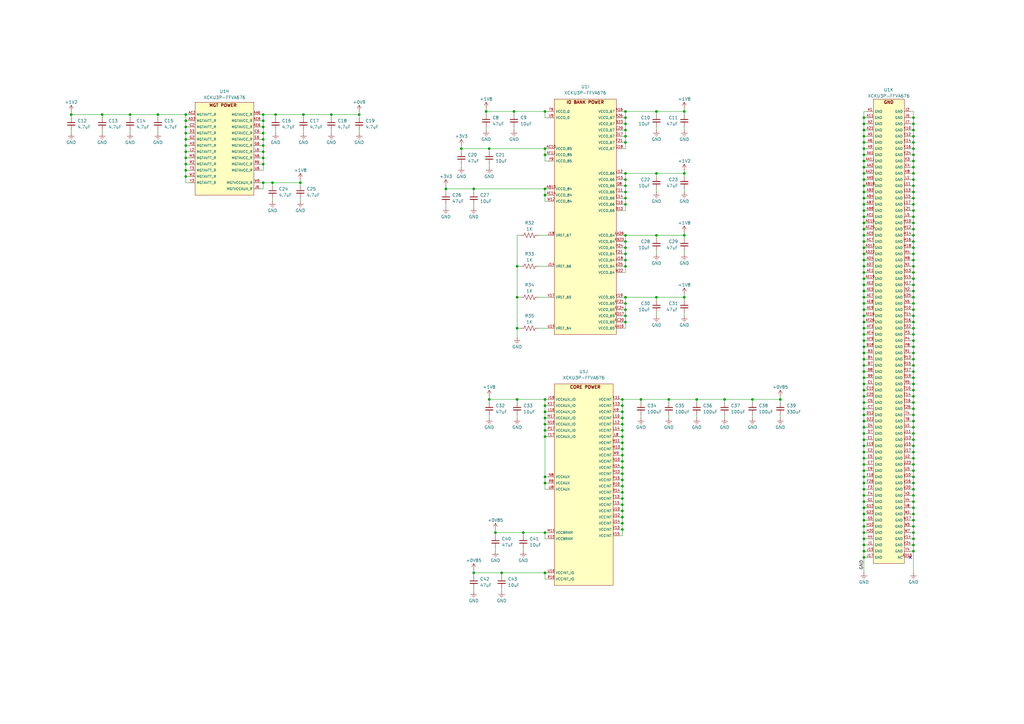
<source format=kicad_sch>
(kicad_sch (version 20231120) (generator "eeschema") (generator_version "8.0")
  (paper "A3")
  (title_block (title "FPGA Power") (date "2024-10-06") (rev "2.0") (company "Drexel University") (comment 1 "Designed by John Hofmeyr"))
  (lib_symbols
    (symbol "Device:C_Small" (pin_numbers hide) (pin_names (offset 0.254) hide)
      (property "Reference" "C" (at 0.254 1.778 0))
      (property "Value" "C_Small" (at 0.254 -2.032 0))
      (symbol "C_Small_1_1"
        (pin passive line (at 0 2.54 270) (length 2.032) (name "~") (number "1"))
        (pin passive line (at 0 -2.54 90) (length 2.032) (name "~") (number "2"))
      )
    )
    (symbol "Device:R_US" (pin_numbers hide) (pin_names (offset 0))
      (property "Reference" "R" (at 2.54 0 90))
      (property "Value" "R_US" (at -2.54 0 90))
      (symbol "R_US_1_1"
        (pin passive line (at 0 3.81 270) (length 1.27) (name "~") (number "1"))
        (pin passive line (at 0 -3.81 90) (length 1.27) (name "~") (number "2"))
      )
    )
    (symbol "FPGA Module:XCKU3P-FFVA676"
      (property "Reference" "U" (at 12.7 3.81 0))
      (property "Value" "XCKU3P-FFVA676" (at 12.7 1.27 0))
      (symbol "XCKU3P-FFVA676_1_0"
        (pin bidirectional line (at -2.54 -58.42 0) (length 2.54) (name "IO_L15P_T2L_N4_AD11P_67") (number "A17"))
        (pin bidirectional line (at -2.54 -55.88 0) (length 2.54) (name "IO_L15N_T2L_N5_AD11N_67") (number "A18"))
        (pin bidirectional line (at -2.54 -50.8 0) (length 2.54) (name "IO_L16N_T2U_N7_QBC_AD3N_67") (number "A19"))
        (pin bidirectional line (at -2.54 -91.44 0) (length 2.54) (name "IO_L8N_T1L_N3_AD5N_67") (number "A20"))
        (pin bidirectional line (at -2.54 -99.06 0) (length 2.54) (name "IO_L7P_T1L_N0_QBC_AD13P_67") (number "A22"))
        (pin bidirectional line (at -2.54 -96.52 0) (length 2.54) (name "IO_L7N_T1L_N1_QBC_AD13N_67") (number "A23"))
        (pin bidirectional line (at -2.54 -134.62 0) (length 2.54) (name "IO_L1P_T0L_N0_DBC_67") (number "A24"))
        (pin bidirectional line (at -2.54 -132.08 0) (length 2.54) (name "IO_L1N_T0L_N1_DBC_67") (number "A25"))
        (pin bidirectional line (at -2.54 -45.72 0) (length 2.54) (name "IO_L17N_T2U_N9_AD10N_67") (number "B16"))
        (pin bidirectional line (at -2.54 -40.64 0) (length 2.54) (name "IO_L18N_T2U_N11_AD2N_67") (number "B17"))
        (pin bidirectional line (at -2.54 -53.34 0) (length 2.54) (name "IO_L16P_T2U_N6_QBC_AD3P_67") (number "B19"))
        (pin bidirectional line (at -2.54 -93.98 0) (length 2.54) (name "IO_L8P_T1L_N2_AD5P_67") (number "B20"))
        (pin bidirectional line (at -2.54 -88.9 0) (length 2.54) (name "IO_L9P_T1L_N4_AD12P_67") (number "B21"))
        (pin bidirectional line (at -2.54 -86.36 0) (length 2.54) (name "IO_L9N_T1L_N5_AD12N_67") (number "B22"))
        (pin bidirectional line (at -2.54 -124.46 0) (length 2.54) (name "IO_L3P_T0L_N4_AD15P_67") (number "B24"))
        (pin bidirectional line (at -2.54 -121.92 0) (length 2.54) (name "IO_L3N_T0L_N5_AD15N_67") (number "B25"))
        (pin bidirectional line (at -2.54 -106.68 0) (length 2.54) (name "IO_L6N_T0U_N11_AD6N_67") (number "B26"))
        (pin bidirectional line (at -2.54 -48.26 0) (length 2.54) (name "IO_L17P_T2U_N8_AD10P_67") (number "C16"))
        (pin bidirectional line (at -2.54 -43.18 0) (length 2.54) (name "IO_L18P_T2U_N10_AD2P_67") (number "C17"))
        (pin bidirectional line (at -2.54 -60.96 0) (length 2.54) (name "IO_L14N_T2L_N3_GC_67") (number "C18"))
        (pin bidirectional line (at -2.54 -66.04 0) (length 2.54) (name "IO_L13N_T2L_N1_GC_QBC_67") (number "C19"))
        (pin bidirectional line (at -2.54 -83.82 0) (length 2.54) (name "IO_L10P_T1U_N6_QBC_AD4P_67") (number "C21"))
        (pin bidirectional line (at -2.54 -81.28 0) (length 2.54) (name "IO_L10N_T1U_N7_QBC_AD4N_67") (number "C22"))
        (pin bidirectional line (at -2.54 -116.84 0) (length 2.54) (name "IO_L4N_T0U_N7_DBC_AD7N_67") (number "C23"))
        (pin bidirectional line (at -2.54 -111.76 0) (length 2.54) (name "IO_L5N_T0U_N9_AD14N_67") (number "C24"))
        (pin bidirectional line (at -2.54 -109.22 0) (length 2.54) (name "IO_L6P_T0U_N10_AD6P_67") (number "C26"))
        (pin bidirectional line (at -2.54 -38.1 0) (length 2.54) (name "IO_T2U_N12_67") (number "D16"))
        (pin bidirectional line (at -2.54 -63.5 0) (length 2.54) (name "IO_L14P_T2L_N2_GC_67") (number "D18"))
        (pin bidirectional line (at -2.54 -68.58 0) (length 2.54) (name "IO_L13P_T2L_N0_GC_QBC_67") (number "D19"))
        (pin bidirectional line (at -2.54 -73.66 0) (length 2.54) (name "IO_L12P_T1U_N10_GC_67") (number "D20"))
        (pin bidirectional line (at -2.54 -71.12 0) (length 2.54) (name "IO_L12N_T1U_N11_GC_67") (number "D21"))
        (pin bidirectional line (at -2.54 -119.38 0) (length 2.54) (name "IO_L4P_T0U_N6_DBC_AD7P_67") (number "D23"))
        (pin bidirectional line (at -2.54 -114.3 0) (length 2.54) (name "IO_L5P_T0U_N8_AD14P_67") (number "D24"))
        (pin bidirectional line (at -2.54 -129.54 0) (length 2.54) (name "IO_L2P_T0L_N2_67") (number "D25"))
        (pin bidirectional line (at -2.54 -127 0) (length 2.54) (name "IO_L2N_T0L_N3_67") (number "D26"))
        (pin bidirectional line (at -2.54 -35.56 0) (length 2.54) (name "IO_T3U_N12_67") (number "E16"))
        (pin bidirectional line (at -2.54 -12.7 0) (length 2.54) (name "IO_L23P_T3U_N8_67") (number "E17"))
        (pin bidirectional line (at -2.54 -10.16 0) (length 2.54) (name "IO_L23N_T3U_N9_67") (number "E18"))
        (pin bidirectional line (at -2.54 -78.74 0) (length 2.54) (name "IO_L11P_T1U_N8_GC_67") (number "E20"))
        (pin bidirectional line (at -2.54 -76.2 0) (length 2.54) (name "IO_L11N_T1U_N9_GC_67") (number "E21"))
        (pin bidirectional line (at -2.54 -101.6 0) (length 2.54) (name "IO_T1U_N12_67") (number "E22"))
        (pin bidirectional line (at -2.54 -104.14 0) (length 2.54) (name "IO_T0U_N12_VRP_67") (number "E23"))
        (pin bidirectional line (at -2.54 -25.4 0) (length 2.54) (name "IO_L20N_T3L_N3_AD1N_67") (number "F17"))
        (pin bidirectional line (at -2.54 -22.86 0) (length 2.54) (name "IO_L21P_T3L_N4_AD8P_67") (number "F18"))
        (pin bidirectional line (at -2.54 -20.32 0) (length 2.54) (name "IO_L21N_T3L_N5_AD8N_67") (number "F19"))
        (pin bidirectional line (at -2.54 -30.48 0) (length 2.54) (name "IO_L19N_T3L_N1_DBC_AD9N_67") (number "F20"))
        (pin bidirectional line (at -2.54 -15.24 0) (length 2.54) (name "IO_L22N_T3U_N7_DBC_AD0N_67") (number "G16"))
        (pin bidirectional line (at -2.54 -27.94 0) (length 2.54) (name "IO_L20P_T3L_N2_AD1P_67") (number "G17"))
        (pin bidirectional line (at -2.54 -33.02 0) (length 2.54) (name "IO_L19P_T3L_N0_DBC_AD9P_67") (number "G19"))
        (pin bidirectional line (at -2.54 -17.78 0) (length 2.54) (name "IO_L22P_T3U_N6_DBC_AD0P_67") (number "H16"))
        (pin bidirectional line (at -2.54 -7.62 0) (length 2.54) (name "IO_L24P_T3U_N10_67") (number "H17"))
        (pin bidirectional line (at -2.54 -5.08 0) (length 2.54) (name "IO_L24N_T3U_N11_67") (number "H18"))
      )
      (symbol "XCKU3P-FFVA676_1_1"
        (text "IO BANK 67" (at 13.97 -1.27 0) (effects (font (size 1.27 1.27) (bold yes))))
      )
      (symbol "XCKU3P-FFVA676_2_0"
        (pin bidirectional line (at -2.54 -40.64 0) (length 2.54) (name "IO_L18N_T2U_N11_AD2N_66") (number "A10"))
        (pin bidirectional line (at -2.54 -106.68 0) (length 2.54) (name "IO_L6N_T0U_N11_AD6N_66") (number "A12"))
        (pin bidirectional line (at -2.54 -109.22 0) (length 2.54) (name "IO_L6P_T0U_N10_AD6P_66") (number "A13"))
        (pin bidirectional line (at -2.54 -116.84 0) (length 2.54) (name "IO_L4N_T0U_N7_DBC_AD7N_66") (number "A14"))
        (pin bidirectional line (at -2.54 -127 0) (length 2.54) (name "IO_L2N_T0L_N3_66") (number "A15"))
        (pin bidirectional line (at -2.54 -43.18 0) (length 2.54) (name "IO_L18P_T2U_N10_AD2P_66") (number "B10"))
        (pin bidirectional line (at -2.54 -50.8 0) (length 2.54) (name "IO_L16N_T2U_N7_QBC_AD3N_66") (number "B11"))
        (pin bidirectional line (at -2.54 -111.76 0) (length 2.54) (name "IO_L5N_T0U_N9_AD14N_66") (number "B12"))
        (pin bidirectional line (at -2.54 -119.38 0) (length 2.54) (name "IO_L4P_T0U_N6_DBC_AD7P_66") (number "B14"))
        (pin bidirectional line (at -2.54 -129.54 0) (length 2.54) (name "IO_L2P_T0L_N2_66") (number "B15"))
        (pin bidirectional line (at -2.54 -53.34 0) (length 2.54) (name "IO_L16P_T2U_N6_QBC_AD3P_66") (number "C11"))
        (pin bidirectional line (at -2.54 -114.3 0) (length 2.54) (name "IO_L5P_T0U_N8_AD14P_66") (number "C12"))
        (pin bidirectional line (at -2.54 -121.92 0) (length 2.54) (name "IO_L3N_T0L_N5_AD15N_66") (number "C13"))
        (pin bidirectional line (at -2.54 -132.08 0) (length 2.54) (name "IO_L1N_T0L_N1_DBC_66") (number "C14"))
        (pin bidirectional line (at -2.54 -55.88 0) (length 2.54) (name "IO_L15N_T2L_N5_AD11N_66") (number "C8"))
        (pin bidirectional line (at -2.54 -58.42 0) (length 2.54) (name "IO_L15P_T2L_N4_AD11P_66") (number "C9"))
        (pin bidirectional line (at -2.54 -66.04 0) (length 2.54) (name "IO_L13N_T2L_N1_GC_QBC_66") (number "D10"))
        (pin bidirectional line (at -2.54 -60.96 0) (length 2.54) (name "IO_L14N_T2L_N3_GC_66") (number "D11"))
        (pin bidirectional line (at -2.54 -124.46 0) (length 2.54) (name "IO_L3P_T0L_N4_AD15P_66") (number "D13"))
        (pin bidirectional line (at -2.54 -134.62 0) (length 2.54) (name "IO_L1P_T0L_N0_DBC_66") (number "D14"))
        (pin bidirectional line (at -2.54 -104.14 0) (length 2.54) (name "IO_T0U_N12_VRP_66") (number "D15"))
        (pin bidirectional line (at -2.54 -45.72 0) (length 2.54) (name "IO_L17N_T2U_N9_AD10N_66") (number "D8"))
        (pin bidirectional line (at -2.54 -38.1 0) (length 2.54) (name "IO_T2U_N12_66") (number "D9"))
        (pin bidirectional line (at -2.54 -68.58 0) (length 2.54) (name "IO_L13P_T2L_N0_GC_QBC_66") (number "E10"))
        (pin bidirectional line (at -2.54 -63.5 0) (length 2.54) (name "IO_L14P_T2L_N2_GC_66") (number "E11"))
        (pin bidirectional line (at -2.54 -71.12 0) (length 2.54) (name "IO_L12N_T1U_N11_GC_66") (number "E12"))
        (pin bidirectional line (at -2.54 -73.66 0) (length 2.54) (name "IO_L12P_T1U_N10_GC_66") (number "E13"))
        (pin bidirectional line (at -2.54 -101.6 0) (length 2.54) (name "IO_T1U_N12_66") (number "E15"))
        (pin bidirectional line (at -2.54 -48.26 0) (length 2.54) (name "IO_L17P_T2U_N8_AD10P_66") (number "E8"))
        (pin bidirectional line (at -2.54 -15.24 0) (length 2.54) (name "IO_L22N_T3U_N7_DBC_AD0N_66") (number "F10"))
        (pin bidirectional line (at -2.54 -76.2 0) (length 2.54) (name "IO_L11N_T1U_N9_GC_66") (number "F12"))
        (pin bidirectional line (at -2.54 -81.28 0) (length 2.54) (name "IO_L10N_T1U_N7_QBC_AD4N_66") (number "F13"))
        (pin bidirectional line (at -2.54 -83.82 0) (length 2.54) (name "IO_L10P_T1U_N6_QBC_AD4P_66") (number "F14"))
        (pin bidirectional line (at -2.54 -91.44 0) (length 2.54) (name "IO_L8N_T1L_N3_AD5N_66") (number "F15"))
        (pin bidirectional line (at -2.54 -25.4 0) (length 2.54) (name "IO_L20N_T3L_N3_AD1N_66") (number "F8"))
        (pin bidirectional line (at -2.54 -27.94 0) (length 2.54) (name "IO_L20P_T3L_N2_AD1P_66") (number "F9"))
        (pin bidirectional line (at -2.54 -7.62 0) (length 2.54) (name "IO_L24P_T3U_N10_66") (number "G10"))
        (pin bidirectional line (at -2.54 -17.78 0) (length 2.54) (name "IO_L22P_T3U_N6_DBC_AD0P_66") (number "G11"))
        (pin bidirectional line (at -2.54 -78.74 0) (length 2.54) (name "IO_L11P_T1U_N8_GC_66") (number "G12"))
        (pin bidirectional line (at -2.54 -96.52 0) (length 2.54) (name "IO_L7N_T1L_N1_QBC_AD13N_66") (number "G14"))
        (pin bidirectional line (at -2.54 -93.98 0) (length 2.54) (name "IO_L8P_T1L_N2_AD5P_66") (number "G15"))
        (pin bidirectional line (at -2.54 -5.08 0) (length 2.54) (name "IO_L24N_T3U_N11_66") (number "G9"))
        (pin bidirectional line (at -2.54 -10.16 0) (length 2.54) (name "IO_L23N_T3U_N9_66") (number "H11"))
        (pin bidirectional line (at -2.54 -35.56 0) (length 2.54) (name "IO_T3U_N12_66") (number "H12"))
        (pin bidirectional line (at -2.54 -86.36 0) (length 2.54) (name "IO_L9N_T1L_N5_AD12N_66") (number "H13"))
        (pin bidirectional line (at -2.54 -99.06 0) (length 2.54) (name "IO_L7P_T1L_N0_QBC_AD13P_66") (number "H14"))
        (pin bidirectional line (at -2.54 -30.48 0) (length 2.54) (name "IO_L19N_T3L_N1_DBC_AD9N_66") (number "H8"))
        (pin bidirectional line (at -2.54 -33.02 0) (length 2.54) (name "IO_L19P_T3L_N0_DBC_AD9P_66") (number "H9"))
        (pin bidirectional line (at -2.54 -22.86 0) (length 2.54) (name "IO_L21P_T3L_N4_AD8P_66") (number "J10"))
        (pin bidirectional line (at -2.54 -12.7 0) (length 2.54) (name "IO_L23P_T3U_N8_66") (number "J11"))
        (pin bidirectional line (at -2.54 -88.9 0) (length 2.54) (name "IO_L9P_T1L_N4_AD12P_66") (number "J13"))
        (pin bidirectional line (at -2.54 -20.32 0) (length 2.54) (name "IO_L21N_T3L_N5_AD8N_66") (number "J9"))
      )
      (symbol "XCKU3P-FFVA676_2_1"
        (text "IO BANK 66\n" (at 13.97 -1.27 0) (effects (font (size 1.27 1.27) (bold yes))))
      )
      (symbol "XCKU3P-FFVA676_3_0"
        (pin bidirectional line (at -2.54 -109.22 0) (length 2.54) (name "IO_T1U_N12_SMBALERT_65") (number "AA17"))
        (pin bidirectional line (at -2.54 -38.1 0) (length 2.54) (name "IO_T2U_N12_CSI_ADV_B_65") (number "AA18"))
        (pin bidirectional line (at -2.54 -68.58 0) (length 2.54) (name "IO_L13P_T2L_N0_GC_QBC_A06_D22_65") (number "AA19"))
        (pin bidirectional line (at -2.54 -66.04 0) (length 2.54) (name "IO_L13N_T2L_N1_GC_QBC_A07_D23_65") (number "AA20"))
        (pin bidirectional line (at -2.54 -106.68 0) (length 2.54) (name "IO_T0U_N12_VRP_A28_65") (number "AB16"))
        (pin bidirectional line (at -2.54 -81.28 0) (length 2.54) (name "IO_L2P_T0L_N2_FOE_B_65") (number "AB17"))
        (pin bidirectional line (at -2.54 -63.5 0) (length 2.54) (name "IO_L14P_T2L_N2_GC_A04_D20_65") (number "AB19"))
        (pin bidirectional line (at -2.54 -60.96 0) (length 2.54) (name "IO_L14N_T2L_N3_GC_A05_D21_65") (number "AB20"))
        (pin bidirectional line (at -2.54 -48.26 0) (length 2.54) (name "IO_L17P_T2U_N8_AD10P_D14_65") (number "AB21"))
        (pin bidirectional line (at -2.54 -76.2 0) (length 2.54) (name "IO_L1P_T0L_N0_DBC_RS0_65") (number "AC16"))
        (pin bidirectional line (at -2.54 -83.82 0) (length 2.54) (name "IO_L2N_T0L_N3_FWE_FCS2_B_65") (number "AC17"))
        (pin bidirectional line (at -2.54 -96.52 0) (length 2.54) (name "IO_L5P_T0U_N8_AD14P_A22_65") (number "AC18"))
        (pin bidirectional line (at -2.54 -58.42 0) (length 2.54) (name "IO_L15P_T2L_N4_AD11P_A02_D18_65") (number "AC19"))
        (pin bidirectional line (at -2.54 -45.72 0) (length 2.54) (name "IO_L17N_T2U_N9_AD10N_D15_65") (number "AC21"))
        (pin bidirectional line (at -2.54 -35.56 0) (length 2.54) (name "IO_T3U_N12_PERSTN0_65") (number "AC22"))
        (pin bidirectional line (at -2.54 -78.74 0) (length 2.54) (name "IO_L1N_T0L_N1_DBC_RS1_65") (number "AD16"))
        (pin bidirectional line (at -2.54 -99.06 0) (length 2.54) (name "IO_L5N_T0U_N9_AD14N_A23_65") (number "AD18"))
        (pin bidirectional line (at -2.54 -55.88 0) (length 2.54) (name "IO_L15N_T2L_N5_AD11N_A03_D19_65") (number "AD19"))
        (pin bidirectional line (at -2.54 -43.18 0) (length 2.54) (name "IO_L18P_T2U_N10_AD2P_D12_65") (number "AD20"))
        (pin bidirectional line (at -2.54 -40.64 0) (length 2.54) (name "IO_L18N_T2U_N11_AD2N_D13_65") (number "AD21"))
        (pin bidirectional line (at -2.54 -12.7 0) (length 2.54) (name "IO_L23P_T3U_N8_I2C_SCLK_65") (number "AD23"))
        (pin bidirectional line (at -2.54 -7.62 0) (length 2.54) (name "IO_L24P_T3U_N10_EMCCLK_65") (number "AD24"))
        (pin bidirectional line (at -2.54 -5.08 0) (length 2.54) (name "IO_L24N_T3U_N11_DOUT_CSO_B_65") (number "AD25"))
        (pin bidirectional line (at -2.54 -17.78 0) (length 2.54) (name "IO_L22P_T3U_N6_DBC_AD0P_D04_65") (number "AD26"))
        (pin bidirectional line (at -2.54 -86.36 0) (length 2.54) (name "IO_L3P_T0L_N4_AD15P_A26_65") (number "AE17"))
        (pin bidirectional line (at -2.54 -88.9 0) (length 2.54) (name "IO_L3N_T0L_N5_AD15N_A27_65") (number "AE18"))
        (pin bidirectional line (at -2.54 -53.34 0) (length 2.54) (name "IO_L16P_T2U_N6_QBC_AD3P_A00_D16_65") (number "AE20"))
        (pin bidirectional line (at -2.54 -50.8 0) (length 2.54) (name "IO_L16N_T2U_N7_QBC_AD3N_A01_D17_65") (number "AE21"))
        (pin bidirectional line (at -2.54 -33.02 0) (length 2.54) (name "IO_L19P_T3L_N0_DBC_AD9P_D10_65") (number "AE22"))
        (pin bidirectional line (at -2.54 -10.16 0) (length 2.54) (name "IO_L23N_T3U_N9_PERSTN1_I2C_SDA_65") (number "AE23"))
        (pin bidirectional line (at -2.54 -27.94 0) (length 2.54) (name "IO_L20P_T3L_N2_AD1P_D08_65") (number "AE25"))
        (pin bidirectional line (at -2.54 -15.24 0) (length 2.54) (name "IO_L22N_T3U_N7_DBC_AD0N_D05_65") (number "AE26"))
        (pin bidirectional line (at -2.54 -101.6 0) (length 2.54) (name "IO_L6P_T0U_N10_AD6P_A20_65") (number "AF17"))
        (pin bidirectional line (at -2.54 -104.14 0) (length 2.54) (name "IO_L6N_T0U_N11_AD6N_A21_65") (number "AF18"))
        (pin bidirectional line (at -2.54 -91.44 0) (length 2.54) (name "IO_L4P_T0U_N6_DBC_AD7P_A24_65") (number "AF19"))
        (pin bidirectional line (at -2.54 -93.98 0) (length 2.54) (name "IO_L4N_T0U_N7_DBC_AD7N_A25_65") (number "AF20"))
        (pin bidirectional line (at -2.54 -30.48 0) (length 2.54) (name "IO_L19N_T3L_N1_DBC_AD9N_D11_65") (number "AF22"))
        (pin bidirectional line (at -2.54 -22.86 0) (length 2.54) (name "IO_L21P_T3L_N4_AD8P_D06_65") (number "AF23"))
        (pin bidirectional line (at -2.54 -20.32 0) (length 2.54) (name "IO_L21N_T3L_N5_AD8N_D07_65") (number "AF24"))
        (pin bidirectional line (at -2.54 -25.4 0) (length 2.54) (name "IO_L20N_T3L_N3_AD1N_D09_65") (number "AF25"))
        (pin bidirectional line (at -2.54 -127 0) (length 2.54) (name "IO_L10P_T1U_N6_QBC_AD4P_A12_D28_65") (number "V18"))
        (pin bidirectional line (at -2.54 -129.54 0) (length 2.54) (name "IO_L10N_T1U_N7_QBC_AD4N_A13_D29_65") (number "V19"))
        (pin bidirectional line (at -2.54 -111.76 0) (length 2.54) (name "IO_L7P_T1L_N0_QBC_AD13P_A18_65") (number "W16"))
        (pin bidirectional line (at -2.54 -121.92 0) (length 2.54) (name "IO_L9P_T1L_N4_AD12P_A14_D30_65") (number "W18"))
        (pin bidirectional line (at -2.54 -124.46 0) (length 2.54) (name "IO_L9N_T1L_N5_AD12N_A15_D31_65") (number "W19"))
        (pin bidirectional line (at -2.54 -73.66 0) (length 2.54) (name "IO_L12P_T1U_N10_GC_A08_D24_65") (number "W20"))
        (pin bidirectional line (at -2.54 -116.84 0) (length 2.54) (name "IO_L8P_T1L_N2_AD5P_A16_65") (number "W21"))
        (pin bidirectional line (at -2.54 -114.3 0) (length 2.54) (name "IO_L7N_T1L_N1_QBC_AD13N_A19_65") (number "Y16"))
        (pin bidirectional line (at -2.54 -132.08 0) (length 2.54) (name "IO_L11P_T1U_N8_GC_A10_D26_65") (number "Y17"))
        (pin bidirectional line (at -2.54 -134.62 0) (length 2.54) (name "IO_L11N_T1U_N9_GC_A11_D27_65") (number "Y18"))
        (pin bidirectional line (at -2.54 -71.12 0) (length 2.54) (name "IO_L12N_T1U_N11_GC_A09_D25_65") (number "Y20"))
        (pin bidirectional line (at -2.54 -119.38 0) (length 2.54) (name "IO_L8N_T1L_N3_AD5N_A17_65") (number "Y21"))
      )
      (symbol "XCKU3P-FFVA676_3_1"
        (text "IO BANK 65\n" (at 16.51 -1.27 0) (effects (font (size 1.27 1.27) (bold yes))))
      )
      (symbol "XCKU3P-FFVA676_4_0"
        (pin bidirectional line (at -2.54 -15.24 0) (length 2.54) (name "IO_L3P_T0L_N4_AD15P_64") (number "AA22"))
        (pin bidirectional line (at -2.54 -27.94 0) (length 2.54) (name "IO_L5N_T0U_N9_AD14N_64") (number "AA23"))
        (pin bidirectional line (at -2.54 -5.08 0) (length 2.54) (name "IO_L1P_T0L_N0_DBC_64") (number "AA24"))
        (pin bidirectional line (at -2.54 -20.32 0) (length 2.54) (name "IO_L4P_T0U_N6_DBC_AD7P_64") (number "AA25"))
        (pin bidirectional line (at -2.54 -17.78 0) (length 2.54) (name "IO_L3N_T0L_N5_AD15N_64") (number "AB22"))
        (pin bidirectional line (at -2.54 -7.62 0) (length 2.54) (name "IO_L1N_T0L_N1_DBC_64") (number "AB24"))
        (pin bidirectional line (at -2.54 -22.86 0) (length 2.54) (name "IO_L4N_T0U_N7_DBC_AD7N_64") (number "AB25"))
        (pin bidirectional line (at -2.54 -10.16 0) (length 2.54) (name "IO_L2P_T0L_N2_64") (number "AB26"))
        (pin bidirectional line (at -2.54 -30.48 0) (length 2.54) (name "IO_L6P_T0U_N10_AD6P_64") (number "AC23"))
        (pin bidirectional line (at -2.54 -33.02 0) (length 2.54) (name "IO_L6N_T0U_N11_AD6N_64") (number "AC24"))
        (pin bidirectional line (at -2.54 -12.7 0) (length 2.54) (name "IO_L2N_T0L_N3_64") (number "AC26"))
        (pin bidirectional line (at -2.54 -116.84 0) (length 2.54) (name "IO_L21P_T3L_N4_AD8P_64") (number "P18"))
        (pin bidirectional line (at -2.54 -119.38 0) (length 2.54) (name "IO_L21N_T3L_N5_AD8N_64") (number "P19"))
        (pin bidirectional line (at -2.54 -127 0) (length 2.54) (name "IO_L23P_T3U_N8_64") (number "P20"))
        (pin bidirectional line (at -2.54 -111.76 0) (length 2.54) (name "IO_L20P_T3L_N2_AD1P_64") (number "P21"))
        (pin bidirectional line (at -2.54 -91.44 0) (length 2.54) (name "IO_L17P_T2U_N8_AD10P_64") (number "P23"))
        (pin bidirectional line (at -2.54 -93.98 0) (length 2.54) (name "IO_L17N_T2U_N9_AD10N_64") (number "P24"))
        (pin bidirectional line (at -2.54 -96.52 0) (length 2.54) (name "IO_L18P_T2U_N10_AD2P_64") (number "P25"))
        (pin bidirectional line (at -2.54 -81.28 0) (length 2.54) (name "IO_L15P_T2L_N4_AD11P_64") (number "P26"))
        (pin bidirectional line (at -2.54 -106.68 0) (length 2.54) (name "IO_L19P_T3L_N0_DBC_AD9P_64") (number "R18"))
        (pin bidirectional line (at -2.54 -129.54 0) (length 2.54) (name "IO_L23N_T3U_N9_64") (number "R20"))
        (pin bidirectional line (at -2.54 -114.3 0) (length 2.54) (name "IO_L20N_T3L_N3_AD1N_64") (number "R21"))
        (pin bidirectional line (at -2.54 -86.36 0) (length 2.54) (name "IO_L16P_T2U_N6_QBC_AD3P_64") (number "R22"))
        (pin bidirectional line (at -2.54 -88.9 0) (length 2.54) (name "IO_L16N_T2U_N7_QBC_AD3N_64") (number "R23"))
        (pin bidirectional line (at -2.54 -99.06 0) (length 2.54) (name "IO_L18N_T2U_N11_AD2N_64") (number "R25"))
        (pin bidirectional line (at -2.54 -83.82 0) (length 2.54) (name "IO_L15N_T2L_N5_AD11N_64") (number "R26"))
        (pin bidirectional line (at -2.54 -109.22 0) (length 2.54) (name "IO_L19N_T3L_N1_DBC_AD9N_64") (number "T18"))
        (pin bidirectional line (at -2.54 -121.92 0) (length 2.54) (name "IO_L22P_T3U_N6_DBC_AD0P_64") (number "T19"))
        (pin bidirectional line (at -2.54 -124.46 0) (length 2.54) (name "IO_L22N_T3U_N7_DBC_AD0N_64") (number "T20"))
        (pin bidirectional line (at -2.54 -76.2 0) (length 2.54) (name "IO_L14P_T2L_N2_GC_64") (number "T22"))
        (pin bidirectional line (at -2.54 -71.12 0) (length 2.54) (name "IO_L13P_T2L_N0_GC_QBC_64") (number "T23"))
        (pin bidirectional line (at -2.54 -73.66 0) (length 2.54) (name "IO_L13N_T2L_N1_GC_QBC_64") (number "T24"))
        (pin bidirectional line (at -2.54 -101.6 0) (length 2.54) (name "IO_T2U_N12_64") (number "T25"))
        (pin bidirectional line (at -2.54 -132.08 0) (length 2.54) (name "IO_L24P_T3U_N10_64") (number "U20"))
        (pin bidirectional line (at -2.54 -134.62 0) (length 2.54) (name "IO_L24N_T3U_N11_64") (number "U21"))
        (pin bidirectional line (at -2.54 -78.74 0) (length 2.54) (name "IO_L14N_T2L_N3_GC_64") (number "U22"))
        (pin bidirectional line (at -2.54 -60.96 0) (length 2.54) (name "IO_L11P_T1U_N8_GC_64") (number "U24"))
        (pin bidirectional line (at -2.54 -38.1 0) (length 2.54) (name "IO_T1U_N12_64") (number "U25"))
        (pin bidirectional line (at -2.54 -55.88 0) (length 2.54) (name "IO_L10P_T1U_N6_QBC_AD4P_64") (number "U26"))
        (pin bidirectional line (at -2.54 -104.14 0) (length 2.54) (name "IO_T3U_N12_64") (number "V21"))
        (pin bidirectional line (at -2.54 -66.04 0) (length 2.54) (name "IO_L12P_T1U_N10_GC_64") (number "V22"))
        (pin bidirectional line (at -2.54 -68.58 0) (length 2.54) (name "IO_L12N_T1U_N11_GC_64") (number "V23"))
        (pin bidirectional line (at -2.54 -63.5 0) (length 2.54) (name "IO_L11N_T1U_N9_GC_64") (number "V24"))
        (pin bidirectional line (at -2.54 -58.42 0) (length 2.54) (name "IO_L10N_T1U_N7_QBC_AD4N_64") (number "V26"))
        (pin bidirectional line (at -2.54 -40.64 0) (length 2.54) (name "IO_L7P_T1L_N0_QBC_AD13P_64") (number "W23"))
        (pin bidirectional line (at -2.54 -43.18 0) (length 2.54) (name "IO_L7N_T1L_N1_QBC_AD13N_64") (number "W24"))
        (pin bidirectional line (at -2.54 -45.72 0) (length 2.54) (name "IO_L8P_T1L_N2_AD5P_64") (number "W25"))
        (pin bidirectional line (at -2.54 -48.26 0) (length 2.54) (name "IO_L8N_T1L_N3_AD5N_64") (number "W26"))
        (pin bidirectional line (at -2.54 -35.56 0) (length 2.54) (name "IO_T0U_N12_VRP_64") (number "Y22"))
        (pin bidirectional line (at -2.54 -25.4 0) (length 2.54) (name "IO_L5P_T0U_N8_AD14P_64") (number "Y23"))
        (pin bidirectional line (at -2.54 -50.8 0) (length 2.54) (name "IO_L9P_T1L_N4_AD12P_64") (number "Y25"))
        (pin bidirectional line (at -2.54 -53.34 0) (length 2.54) (name "IO_L9N_T1L_N5_AD12N_64") (number "Y26"))
      )
      (symbol "XCKU3P-FFVA676_4_1"
        (text "IO BANK 64\n" (at 13.97 -1.27 0) (effects (font (size 1.27 1.27) (bold yes))))
      )
      (symbol "XCKU3P-FFVA676_5_0"
        (pin bidirectional line (at -2.54 -35.56 0) (length 2.54) (name "IO_L7P_HDGC_85") (number "AA10"))
        (pin bidirectional line (at -2.54 -48.26 0) (length 2.54) (name "IO_L9N_AD11N_85") (number "AA8"))
        (pin bidirectional line (at -2.54 -38.1 0) (length 2.54) (name "IO_L7N_HDGC_85") (number "AA9"))
        (pin bidirectional line (at -2.54 -30.48 0) (length 2.54) (name "IO_L6P_HDGC_85") (number "AB10"))
        (pin bidirectional line (at -2.54 -33.02 0) (length 2.54) (name "IO_L6N_HDGC_85") (number "AB9"))
        (pin bidirectional line (at -2.54 -7.62 0) (length 2.54) (name "IO_L1N_AD15N_85") (number "AC11"))
        (pin bidirectional line (at -2.54 -5.08 0) (length 2.54) (name "IO_L1P_AD15P_85") (number "AC12"))
        (pin bidirectional line (at -2.54 -25.4 0) (length 2.54) (name "IO_L5P_HDGC_85") (number "AC8"))
        (pin bidirectional line (at -2.54 -15.24 0) (length 2.54) (name "IO_L3P_AD13P_85") (number "AC9"))
        (pin bidirectional line (at -2.54 -10.16 0) (length 2.54) (name "IO_L2P_AD14P_85") (number "AD11"))
        (pin bidirectional line (at -2.54 -27.94 0) (length 2.54) (name "IO_L5N_HDGC_85") (number "AD8"))
        (pin bidirectional line (at -2.54 -17.78 0) (length 2.54) (name "IO_L3N_AD13N_85") (number "AD9"))
        (pin bidirectional line (at -2.54 -20.32 0) (length 2.54) (name "IO_L4P_AD12P_85") (number "AE10"))
        (pin bidirectional line (at -2.54 -12.7 0) (length 2.54) (name "IO_L2N_AD14N_85") (number "AE11"))
        (pin bidirectional line (at -2.54 -22.86 0) (length 2.54) (name "IO_L4N_AD12N_85") (number "AF10"))
        (pin bidirectional line (at -2.54 -53.34 0) (length 2.54) (name "IO_L10N_AD10N_85") (number "V11"))
        (pin bidirectional line (at -2.54 -50.8 0) (length 2.54) (name "IO_L10P_AD10P_85") (number "V12"))
        (pin bidirectional line (at -2.54 -63.5 0) (length 2.54) (name "IO_L12N_AD8N_85") (number "W10"))
        (pin bidirectional line (at -2.54 -60.96 0) (length 2.54) (name "IO_L12P_AD8P_85") (number "W11"))
        (pin bidirectional line (at -2.54 -58.42 0) (length 2.54) (name "IO_L11N_AD9N_85") (number "W8"))
        (pin bidirectional line (at -2.54 -55.88 0) (length 2.54) (name "IO_L11P_AD9P_85") (number "W9"))
        (pin bidirectional line (at -2.54 -43.18 0) (length 2.54) (name "IO_L8N_HDGC_85") (number "Y10"))
        (pin bidirectional line (at -2.54 -40.64 0) (length 2.54) (name "IO_L8P_HDGC_85") (number "Y11"))
        (pin bidirectional line (at -2.54 -45.72 0) (length 2.54) (name "IO_L9P_AD11P_85") (number "Y8"))
      )
      (symbol "XCKU3P-FFVA676_5_1"
        (text "IO BANK 85" (at 12.7 -1.27 0) (effects (font (size 1.27 1.27) (bold yes))))
      )
      (symbol "XCKU3P-FFVA676_6_0"
        (pin bidirectional line (at -2.54 -58.42 0) (length 2.54) (name "IO_L11N_AD1N_84") (number "AA12"))
        (pin bidirectional line (at -2.54 -55.88 0) (length 2.54) (name "IO_L11P_AD1P_84") (number "AA13"))
        (pin bidirectional line (at -2.54 -45.72 0) (length 2.54) (name "IO_L9P_AD3P_84") (number "AA14"))
        (pin bidirectional line (at -2.54 -35.56 0) (length 2.54) (name "IO_L7P_HDGC_AD5P_84") (number "AA15"))
        (pin bidirectional line (at -2.54 -63.5 0) (length 2.54) (name "IO_L12N_AD0N_84") (number "AB11"))
        (pin bidirectional line (at -2.54 -60.96 0) (length 2.54) (name "IO_L12P_AD0P_84") (number "AB12"))
        (pin bidirectional line (at -2.54 -48.26 0) (length 2.54) (name "IO_L9N_AD3N_84") (number "AB14"))
        (pin bidirectional line (at -2.54 -38.1 0) (length 2.54) (name "IO_L7N_HDGC_AD5N_84") (number "AB15"))
        (pin bidirectional line (at -2.54 -27.94 0) (length 2.54) (name "IO_L5N_HDGC_AD7N_84") (number "AC13"))
        (pin bidirectional line (at -2.54 -25.4 0) (length 2.54) (name "IO_L5P_HDGC_AD7P_84") (number "AC14"))
        (pin bidirectional line (at -2.54 -33.02 0) (length 2.54) (name "IO_L6N_HDGC_AD6N_84") (number "AD13"))
        (pin bidirectional line (at -2.54 -30.48 0) (length 2.54) (name "IO_L6P_HDGC_AD6P_84") (number "AD14"))
        (pin bidirectional line (at -2.54 -15.24 0) (length 2.54) (name "IO_L3P_AD9P_84") (number "AD15"))
        (pin bidirectional line (at -2.54 -20.32 0) (length 2.54) (name "IO_L4P_AD8P_84") (number "AE12"))
        (pin bidirectional line (at -2.54 -17.78 0) (length 2.54) (name "IO_L3N_AD9N_84") (number "AE15"))
        (pin bidirectional line (at -2.54 -5.08 0) (length 2.54) (name "IO_L1P_AD11P_84") (number "AE16"))
        (pin bidirectional line (at -2.54 -22.86 0) (length 2.54) (name "IO_L4N_AD8N_84") (number "AF12"))
        (pin bidirectional line (at -2.54 -12.7 0) (length 2.54) (name "IO_L2N_AD10N_84") (number "AF13"))
        (pin bidirectional line (at -2.54 -10.16 0) (length 2.54) (name "IO_L2P_AD10P_84") (number "AF14"))
        (pin bidirectional line (at -2.54 -7.62 0) (length 2.54) (name "IO_L1N_AD11N_84") (number "AF15"))
        (pin bidirectional line (at -2.54 -53.34 0) (length 2.54) (name "IO_L10N_AD2N_84") (number "W13"))
        (pin bidirectional line (at -2.54 -50.8 0) (length 2.54) (name "IO_L10P_AD2P_84") (number "W14"))
        (pin bidirectional line (at -2.54 -40.64 0) (length 2.54) (name "IO_L8P_HDGC_AD4P_84") (number "W15"))
        (pin bidirectional line (at -2.54 -43.18 0) (length 2.54) (name "IO_L8N_HDGC_AD4N_84") (number "Y15"))
      )
      (symbol "XCKU3P-FFVA676_6_1"
        (text "IO BANK 84" (at 12.7 -1.27 0) (effects (font (size 1.27 1.27) (bold yes))))
      )
      (symbol "XCKU3P-FFVA676_7_0"
        (pin input line (at -2.54 -121.92 0) (length 2.54) (name "MGTYRXN3_227") (number "A3"))
        (pin input line (at -2.54 -111.76 0) (length 2.54) (name "MGTYRXP3_227") (number "A4"))
        (pin output line (at 55.88 -114.3 180) (length 2.54) (name "MGTYTXN3_227") (number "A7"))
        (pin output line (at 55.88 -124.46 180) (length 2.54) (name "MGTYTXP3_227") (number "A8"))
        (pin output line (at 55.88 -38.1 180) (length 2.54) (name "MGTYTXN0_225") (number "AA3"))
        (pin output line (at 55.88 -48.26 180) (length 2.54) (name "MGTYTXP0_225") (number "AA4"))
        (pin input line (at -2.54 -12.7 0) (length 2.54) (name "MGTYRXN3_224") (number "AB1"))
        (pin input line (at -2.54 -22.86 0) (length 2.54) (name "MGTYRXP3_224") (number "AB2"))
        (pin output line (at 55.88 -12.7 180) (length 2.54) (name "MGTYTXN3_224") (number "AB5"))
        (pin output line (at 55.88 -22.86 180) (length 2.54) (name "MGTYTXP3_224") (number "AB6"))
        (pin output line (at 55.88 -10.16 180) (length 2.54) (name "MGTYTXN2_224") (number "AC3"))
        (pin output line (at 55.88 -20.32 180) (length 2.54) (name "MGTYTXP2_224") (number "AC4"))
        (pin input line (at -2.54 -10.16 0) (length 2.54) (name "MGTYRXN2_224") (number "AD1"))
        (pin input line (at -2.54 -20.32 0) (length 2.54) (name "MGTYRXP2_224") (number "AD2"))
        (pin output line (at 55.88 -7.62 180) (length 2.54) (name "MGTYTXN1_224") (number "AD5"))
        (pin output line (at 55.88 -17.78 180) (length 2.54) (name "MGTYTXP1_224") (number "AD6"))
        (pin input line (at -2.54 -7.62 0) (length 2.54) (name "MGTYRXN1_224") (number "AE3"))
        (pin input line (at -2.54 -17.78 0) (length 2.54) (name "MGTYRXP1_224") (number "AE4"))
        (pin input line (at -2.54 -5.08 0) (length 2.54) (name "MGTYRXN0_224") (number "AF1"))
        (pin input line (at -2.54 -15.24 0) (length 2.54) (name "MGTYRXP0_224") (number "AF2"))
        (pin output line (at 55.88 -5.08 180) (length 2.54) (name "MGTYTXN0_224") (number "AF5"))
        (pin output line (at 55.88 -15.24 180) (length 2.54) (name "MGTYTXP0_224") (number "AF6"))
        (pin input line (at -2.54 -134.62 0) (length 2.54) (name "MGTRREF_R") (number "AF7"))
        (pin bidirectional line (at 55.88 -139.7 180) (length 2.54) (name "MGTAVTTRCAL_R") (number "AF8"))
        (pin input line (at -2.54 -119.38 0) (length 2.54) (name "MGTYRXN2_227") (number "B1"))
        (pin input line (at -2.54 -109.22 0) (length 2.54) (name "MGTYRXP2_227") (number "B2"))
        (pin output line (at 55.88 -111.76 180) (length 2.54) (name "MGTYTXN2_227") (number "B5"))
        (pin output line (at 55.88 -121.92 180) (length 2.54) (name "MGTYTXP2_227") (number "B6"))
        (pin input line (at -2.54 -116.84 0) (length 2.54) (name "MGTYRXN1_227") (number "C3"))
        (pin input line (at -2.54 -106.68 0) (length 2.54) (name "MGTYRXP1_227") (number "C4"))
        (pin input line (at -2.54 -114.3 0) (length 2.54) (name "MGTYRXN0_227") (number "D1"))
        (pin input line (at -2.54 -104.14 0) (length 2.54) (name "MGTYRXP0_227") (number "D2"))
        (pin output line (at 55.88 -109.22 180) (length 2.54) (name "MGTYTXN1_227") (number "D5"))
        (pin output line (at 55.88 -119.38 180) (length 2.54) (name "MGTYTXP1_227") (number "D6"))
        (pin output line (at 55.88 -106.68 180) (length 2.54) (name "MGTYTXN0_227") (number "E3"))
        (pin output line (at 55.88 -116.84 180) (length 2.54) (name "MGTYTXP0_227") (number "E4"))
        (pin input line (at -2.54 -88.9 0) (length 2.54) (name "MGTYRXN3_226") (number "F1"))
        (pin input line (at -2.54 -78.74 0) (length 2.54) (name "MGTYRXP3_226") (number "F2"))
        (pin input line (at -2.54 -127 0) (length 2.54) (name "MGTREFCLK1N_227") (number "F5"))
        (pin input line (at -2.54 -124.46 0) (length 2.54) (name "MGTREFCLK1P_227") (number "F6"))
        (pin output line (at 55.88 -76.2 180) (length 2.54) (name "MGTYTXN3_226") (number "G3"))
        (pin output line (at 55.88 -86.36 180) (length 2.54) (name "MGTYTXP3_226") (number "G4"))
        (pin input line (at -2.54 -86.36 0) (length 2.54) (name "MGTYRXN2_226") (number "H1"))
        (pin input line (at -2.54 -76.2 0) (length 2.54) (name "MGTYRXP2_226") (number "H2"))
        (pin input line (at -2.54 -132.08 0) (length 2.54) (name "MGTREFCLK0N_227") (number "H5"))
        (pin input line (at -2.54 -129.54 0) (length 2.54) (name "MGTREFCLK0P_227") (number "H6"))
        (pin output line (at 55.88 -73.66 180) (length 2.54) (name "MGTYTXN2_226") (number "J3"))
        (pin output line (at 55.88 -83.82 180) (length 2.54) (name "MGTYTXP2_226") (number "J4"))
        (pin input line (at -2.54 -83.82 0) (length 2.54) (name "MGTYRXN1_226") (number "K1"))
        (pin input line (at -2.54 -73.66 0) (length 2.54) (name "MGTYRXP1_226") (number "K2"))
        (pin input line (at -2.54 -93.98 0) (length 2.54) (name "MGTREFCLK1N_226") (number "K5"))
        (pin input line (at -2.54 -91.44 0) (length 2.54) (name "MGTREFCLK1P_226") (number "K6"))
        (pin output line (at 55.88 -71.12 180) (length 2.54) (name "MGTYTXN1_226") (number "L3"))
        (pin output line (at 55.88 -81.28 180) (length 2.54) (name "MGTYTXP1_226") (number "L4"))
        (pin input line (at -2.54 -81.28 0) (length 2.54) (name "MGTYRXN0_226") (number "M1"))
        (pin input line (at -2.54 -71.12 0) (length 2.54) (name "MGTYRXP0_226") (number "M2"))
        (pin input line (at -2.54 -99.06 0) (length 2.54) (name "MGTREFCLK0N_226") (number "M5"))
        (pin input line (at -2.54 -96.52 0) (length 2.54) (name "MGTREFCLK0P_226") (number "M6"))
        (pin output line (at 55.88 -68.58 180) (length 2.54) (name "MGTYTXN0_226") (number "N3"))
        (pin output line (at 55.88 -78.74 180) (length 2.54) (name "MGTYTXP0_226") (number "N4"))
        (pin input line (at -2.54 -45.72 0) (length 2.54) (name "MGTYRXN3_225") (number "P1"))
        (pin input line (at -2.54 -55.88 0) (length 2.54) (name "MGTYRXP3_225") (number "P2"))
        (pin input line (at -2.54 -63.5 0) (length 2.54) (name "MGTREFCLK1N_225") (number "P5"))
        (pin input line (at -2.54 -66.04 0) (length 2.54) (name "MGTREFCLK1P_225") (number "P6"))
        (pin output line (at 55.88 -45.72 180) (length 2.54) (name "MGTYTXN3_225") (number "R3"))
        (pin output line (at 55.88 -55.88 180) (length 2.54) (name "MGTYTXP3_225") (number "R4"))
        (pin input line (at -2.54 -43.18 0) (length 2.54) (name "MGTYRXN2_225") (number "T1"))
        (pin input line (at -2.54 -53.34 0) (length 2.54) (name "MGTYRXP2_225") (number "T2"))
        (pin input line (at -2.54 -58.42 0) (length 2.54) (name "MGTREFCLK0N_225") (number "T5"))
        (pin input line (at -2.54 -60.96 0) (length 2.54) (name "MGTREFCLK0P_225") (number "T6"))
        (pin output line (at 55.88 -43.18 180) (length 2.54) (name "MGTYTXN2_225") (number "U3"))
        (pin output line (at 55.88 -53.34 180) (length 2.54) (name "MGTYTXP2_225") (number "U4"))
        (pin input line (at -2.54 -40.64 0) (length 2.54) (name "MGTYRXN1_225") (number "V1"))
        (pin input line (at -2.54 -50.8 0) (length 2.54) (name "MGTYRXP1_225") (number "V2"))
        (pin input line (at -2.54 -30.48 0) (length 2.54) (name "MGTREFCLK1N_224") (number "V5"))
        (pin input line (at -2.54 -33.02 0) (length 2.54) (name "MGTREFCLK1P_224") (number "V6"))
        (pin output line (at 55.88 -40.64 180) (length 2.54) (name "MGTYTXN1_225") (number "W3"))
        (pin output line (at 55.88 -50.8 180) (length 2.54) (name "MGTYTXP1_225") (number "W4"))
        (pin input line (at -2.54 -38.1 0) (length 2.54) (name "MGTYRXN0_225") (number "Y1"))
        (pin input line (at -2.54 -48.26 0) (length 2.54) (name "MGTYRXP0_225") (number "Y2"))
        (pin input line (at -2.54 -25.4 0) (length 2.54) (name "MGTREFCLK0N_224") (number "Y5"))
        (pin input line (at -2.54 -27.94 0) (length 2.54) (name "MGTREFCLK0P_224") (number "Y6"))
      )
      (symbol "XCKU3P-FFVA676_7_1"
        (text "GTY 16Gb XCVR" (at 27.94 -1.27 0) (effects (font (size 1.27 1.27) (bold yes))))
      )
      (symbol "XCKU3P-FFVA676_8_0"
        (pin power_in line (at 26.67 -5.08 180) (length 2.54) (name "MGTAVCC_R") (number "AA6"))
        (pin power_in line (at -2.54 -5.08 0) (length 2.54) (name "MGTAVTT_R") (number "AC2"))
        (pin power_in line (at 26.67 -7.62 180) (length 2.54) (name "MGTAVCC_R") (number "AC6"))
        (pin power_in line (at -2.54 -7.62 0) (length 2.54) (name "MGTAVTT_R") (number "AD3"))
        (pin power_in line (at 26.67 -10.16 180) (length 2.54) (name "MGTAVCC_R") (number "AE6"))
        (pin power_in line (at -2.54 -10.16 0) (length 2.54) (name "MGTAVTT_R") (number "C2"))
        (pin power_in line (at 26.67 -12.7 180) (length 2.54) (name "MGTAVCC_R") (number "C6"))
        (pin power_in line (at -2.54 -12.7 0) (length 2.54) (name "MGTAVTT_R") (number "D3"))
        (pin power_in line (at 26.67 -15.24 180) (length 2.54) (name "MGTAVCC_R") (number "E6"))
        (pin power_in line (at -2.54 -15.24 0) (length 2.54) (name "MGTAVTT_R") (number "G2"))
        (pin power_in line (at 26.67 -17.78 180) (length 2.54) (name "MGTAVCC_R") (number "G6"))
        (pin power_in line (at -2.54 -17.78 0) (length 2.54) (name "MGTAVTT_R") (number "H3"))
        (pin power_in line (at 26.67 -35.56 180) (length 2.54) (name "MGTVCCAUX_R") (number "J6"))
        (pin power_in line (at -2.54 -20.32 0) (length 2.54) (name "MGTAVTT_R") (number "L2"))
        (pin power_in line (at 26.67 -20.32 180) (length 2.54) (name "MGTAVCC_R") (number "L6"))
        (pin power_in line (at -2.54 -22.86 0) (length 2.54) (name "MGTAVTT_R") (number "M3"))
        (pin power_in line (at 26.67 -22.86 180) (length 2.54) (name "MGTAVCC_R") (number "N6"))
        (pin power_in line (at -2.54 -25.4 0) (length 2.54) (name "MGTAVTT_R") (number "R2"))
        (pin power_in line (at 26.67 -25.4 180) (length 2.54) (name "MGTAVCC_R") (number "R6"))
        (pin power_in line (at -2.54 -27.94 0) (length 2.54) (name "MGTAVTT_R") (number "T3"))
        (pin power_in line (at 26.67 -27.94 180) (length 2.54) (name "MGTAVCC_R") (number "U6"))
        (pin power_in line (at -2.54 -30.48 0) (length 2.54) (name "MGTAVTT_R") (number "W2"))
        (pin power_in line (at 26.67 -33.02 180) (length 2.54) (name "MGTVCCAUX_R") (number "W6"))
        (pin power_in line (at -2.54 -33.02 0) (length 2.54) (name "MGTAVTT_R") (number "Y3"))
      )
      (symbol "XCKU3P-FFVA676_8_1"
        (text "MGT POWER" (at 11.43 -1.27 0) (effects (font (size 1.27 1.27) (bold yes))))
      )
      (symbol "XCKU3P-FFVA676_9_0"
        (pin power_in line (at 27.94 -5.08 180) (length 2.54) (name "VCCO_67") (number "A16"))
        (pin power_in line (at 27.94 -7.62 180) (length 2.54) (name "VCCO_67") (number "A26"))
        (pin power_in line (at 27.94 -93.98 180) (length 2.54) (name "VCCO_65") (number "AA16"))
        (pin power_in line (at 27.94 -55.88 180) (length 2.54) (name "VCCO_64") (number "AA26"))
        (pin power_in line (at -2.54 -36.83 0) (length 2.54) (name "VCCO_84") (number "AB13"))
        (pin power_in line (at 27.94 -58.42 180) (length 2.54) (name "VCCO_64") (number "AB23"))
        (pin power_in line (at -2.54 -20.32 0) (length 2.54) (name "VCCO_85") (number "AC10"))
        (pin power_in line (at 27.94 -91.44 180) (length 2.54) (name "VCCO_65") (number "AC20"))
        (pin power_in line (at 27.94 -88.9 180) (length 2.54) (name "VCCO_65") (number "AD17"))
        (pin power_in line (at -2.54 -39.37 0) (length 2.54) (name "VCCO_84") (number "AE14"))
        (pin power_in line (at 27.94 -86.36 180) (length 2.54) (name "VCCO_65") (number "AE24"))
        (pin power_in line (at -2.54 -22.86 0) (length 2.54) (name "VCCO_85") (number "AF11"))
        (pin power_in line (at 27.94 -83.82 180) (length 2.54) (name "VCCO_65") (number "AF21"))
        (pin power_in line (at 27.94 -45.72 180) (length 2.54) (name "VCCO_66") (number "B13"))
        (pin power_in line (at 27.94 -10.16 180) (length 2.54) (name "VCCO_67") (number "B23"))
        (pin power_in line (at 27.94 -43.18 180) (length 2.54) (name "VCCO_66") (number "C10"))
        (pin power_in line (at 27.94 -12.7 180) (length 2.54) (name "VCCO_67") (number "C20"))
        (pin power_in line (at 27.94 -15.24 180) (length 2.54) (name "VCCO_67") (number "D17"))
        (pin power_in line (at 27.94 -40.64 180) (length 2.54) (name "VCCO_66") (number "E14"))
        (pin power_in line (at 27.94 -38.1 180) (length 2.54) (name "VCCO_66") (number "F11"))
        (pin power_in line (at 27.94 -17.78 180) (length 2.54) (name "VCCO_67") (number "F21"))
        (pin power_in line (at 27.94 -20.32 180) (length 2.54) (name "VCCO_67") (number "G18"))
        (pin power_in line (at 27.94 -35.56 180) (length 2.54) (name "VCCO_66") (number "G8"))
        (pin power_in line (at 27.94 -33.02 180) (length 2.54) (name "VCCO_66") (number "H15"))
        (pin power_in line (at 27.94 -30.48 180) (length 2.54) (name "VCCO_66") (number "J12"))
        (pin power_in line (at -2.54 -68.58 0) (length 2.54) (name "VREF_66") (number "J14"))
        (pin power_in line (at -2.54 -55.88 0) (length 2.54) (name "VREF_67") (number "J18"))
        (pin power_in line (at 27.94 -60.96 180) (length 2.54) (name "VCCO_64") (number "R24"))
        (pin power_in line (at 27.94 -63.5 180) (length 2.54) (name "VCCO_64") (number "T21"))
        (pin power_in line (at -2.54 -5.08 0) (length 2.54) (name "VCCO_0") (number "T9"))
        (pin power_in line (at 27.94 -66.04 180) (length 2.54) (name "VCCO_64") (number "U18"))
        (pin power_in line (at -2.54 -93.98 0) (length 2.54) (name "VREF_64") (number "U19"))
        (pin power_in line (at -2.54 -81.28 0) (length 2.54) (name "VREF_65") (number "V17"))
        (pin power_in line (at 27.94 -68.58 180) (length 2.54) (name "VCCO_64") (number "V25"))
        (pin power_in line (at -2.54 -7.62 0) (length 2.54) (name "VCCO_0") (number "V9"))
        (pin power_in line (at -2.54 -41.91 0) (length 2.54) (name "VCCO_84") (number "W12"))
        (pin power_in line (at 27.94 -71.12 180) (length 2.54) (name "VCCO_64") (number "W22"))
        (pin power_in line (at 27.94 -81.28 180) (length 2.54) (name "VCCO_65") (number "Y19"))
        (pin power_in line (at -2.54 -25.4 0) (length 2.54) (name "VCCO_85") (number "Y9"))
      )
      (symbol "XCKU3P-FFVA676_9_1"
        (text "IO BANK POWER" (at 12.7 -1.27 0) (effects (font (size 1.27 1.27) (bold yes))))
      )
      (symbol "XCKU3P-FFVA676_10_0"
        (pin power_in line (at -2.54 -6.35 0) (length 2.54) (name "VCCAUX_IO") (number "J16"))
        (pin power_in line (at 26.67 -6.35 180) (length 2.54) (name "VCCINT") (number "K11"))
        (pin power_in line (at 26.67 -8.89 180) (length 2.54) (name "VCCINT") (number "K13"))
        (pin power_in line (at -2.54 -63.5 0) (length 2.54) (name "VCCBRAM") (number "K15"))
        (pin power_in line (at -2.54 -8.89 0) (length 2.54) (name "VCCAUX_IO") (number "K17"))
        (pin power_in line (at 26.67 -11.43 180) (length 2.54) (name "VCCINT") (number "K9"))
        (pin power_in line (at 26.67 -13.97 180) (length 2.54) (name "VCCINT") (number "L10"))
        (pin power_in line (at 26.67 -16.51 180) (length 2.54) (name "VCCINT") (number "L12"))
        (pin power_in line (at 26.67 -19.05 180) (length 2.54) (name "VCCINT") (number "L14"))
        (pin power_in line (at -2.54 -11.43 0) (length 2.54) (name "VCCAUX_IO") (number "L16"))
        (pin power_in line (at 26.67 -21.59 180) (length 2.54) (name "VCCINT") (number "L8"))
        (pin power_in line (at 26.67 -24.13 180) (length 2.54) (name "VCCINT") (number "M11"))
        (pin power_in line (at 26.67 -26.67 180) (length 2.54) (name "VCCINT") (number "M13"))
        (pin power_in line (at -2.54 -60.96 0) (length 2.54) (name "VCCBRAM") (number "M15"))
        (pin power_in line (at -2.54 -13.97 0) (length 2.54) (name "VCCAUX_IO") (number "M17"))
        (pin power_in line (at 26.67 -29.21 180) (length 2.54) (name "VCCINT") (number "M9"))
        (pin power_in line (at 26.67 -31.75 180) (length 2.54) (name "VCCINT") (number "N10"))
        (pin power_in line (at 26.67 -34.29 180) (length 2.54) (name "VCCINT") (number "N14"))
        (pin power_in line (at -2.54 -16.51 0) (length 2.54) (name "VCCAUX_IO") (number "N16"))
        (pin power_in line (at -2.54 -38.1 0) (length 2.54) (name "VCCAUX") (number "N8"))
        (pin power_in line (at 26.67 -36.83 180) (length 2.54) (name "VCCINT") (number "P13"))
        (pin power_in line (at 26.67 -39.37 180) (length 2.54) (name "VCCINT") (number "P15"))
        (pin power_in line (at -2.54 -19.05 0) (length 2.54) (name "VCCAUX_IO") (number "P17"))
        (pin power_in line (at 26.67 -41.91 180) (length 2.54) (name "VCCINT") (number "R10"))
        (pin power_in line (at 26.67 -44.45 180) (length 2.54) (name "VCCINT") (number "R14"))
        (pin power_in line (at -2.54 -80.01 0) (length 2.54) (name "VCCINT_IO") (number "R16"))
        (pin power_in line (at -2.54 -40.64 0) (length 2.54) (name "VCCAUX") (number "R8"))
        (pin power_in line (at 26.67 -46.99 180) (length 2.54) (name "VCCINT") (number "T13"))
        (pin power_in line (at 26.67 -49.53 180) (length 2.54) (name "VCCINT") (number "T15"))
        (pin power_in line (at -2.54 -21.59 0) (length 2.54) (name "VCCAUX_IO") (number "T17"))
        (pin power_in line (at 26.67 -52.07 180) (length 2.54) (name "VCCINT") (number "U10"))
        (pin power_in line (at 26.67 -54.61 180) (length 2.54) (name "VCCINT") (number "U12"))
        (pin power_in line (at 26.67 -57.15 180) (length 2.54) (name "VCCINT") (number "U14"))
        (pin power_in line (at -2.54 -77.47 0) (length 2.54) (name "VCCINT_IO") (number "U16"))
        (pin power_in line (at -2.54 -43.18 0) (length 2.54) (name "VCCAUX") (number "U8"))
        (pin power_in line (at 26.67 -59.69 180) (length 2.54) (name "VCCINT") (number "V13"))
        (pin power_in line (at 26.67 -62.23 180) (length 2.54) (name "VCCINT") (number "V15"))
      )
      (symbol "XCKU3P-FFVA676_10_1"
        (text "CORE POWER" (at 12.7 -1.27 0) (effects (font (size 1.27 1.27) (bold yes))))
      )
      (symbol "XCKU3P-FFVA676_11_0"
        (pin power_in line (at -2.54 -5.08 0) (length 2.54) (name "GND") (number "A1"))
        (pin power_in line (at -2.54 -7.62 0) (length 2.54) (name "GND") (number "A11"))
        (pin power_in line (at -2.54 -10.16 0) (length 2.54) (name "GND") (number "A2"))
        (pin power_in line (at -2.54 -12.7 0) (length 2.54) (name "GND") (number "A21"))
        (pin power_in line (at -2.54 -15.24 0) (length 2.54) (name "GND") (number "A5"))
        (pin power_in line (at -2.54 -17.78 0) (length 2.54) (name "GND") (number "A6"))
        (pin power_in line (at -2.54 -20.32 0) (length 2.54) (name "GND") (number "A9"))
        (pin power_in line (at -2.54 -22.86 0) (length 2.54) (name "GND") (number "AA1"))
        (pin power_in line (at -2.54 -25.4 0) (length 2.54) (name "GND") (number "AA11"))
        (pin power_in line (at -2.54 -27.94 0) (length 2.54) (name "GND") (number "AA2"))
        (pin power_in line (at -2.54 -30.48 0) (length 2.54) (name "GND") (number "AA21"))
        (pin power_in line (at -2.54 -33.02 0) (length 2.54) (name "GND") (number "AA5"))
        (pin power_in line (at -2.54 -35.56 0) (length 2.54) (name "GND") (number "AB18"))
        (pin power_in line (at -2.54 -38.1 0) (length 2.54) (name "GND") (number "AB3"))
        (pin power_in line (at -2.54 -40.64 0) (length 2.54) (name "GND") (number "AB4"))
        (pin power_in line (at -2.54 -43.18 0) (length 2.54) (name "GND") (number "AB7"))
        (pin power_in line (at -2.54 -45.72 0) (length 2.54) (name "GND") (number "AB8"))
        (pin power_in line (at -2.54 -48.26 0) (length 2.54) (name "GND") (number "AC1"))
        (pin power_in line (at -2.54 -50.8 0) (length 2.54) (name "GND") (number "AC15"))
        (pin power_in line (at -2.54 -53.34 0) (length 2.54) (name "GND") (number "AC25"))
        (pin power_in line (at -2.54 -55.88 0) (length 2.54) (name "GND") (number "AC5"))
        (pin power_in line (at -2.54 -58.42 0) (length 2.54) (name "GND") (number "AC7"))
        (pin no_connect line (at 15.24 -187.96 180) (length 2.54) (name "NC") (number "AD10"))
        (pin power_in line (at -2.54 -60.96 0) (length 2.54) (name "GND") (number "AD12"))
        (pin power_in line (at -2.54 -63.5 0) (length 2.54) (name "GND") (number "AD22"))
        (pin power_in line (at -2.54 -66.04 0) (length 2.54) (name "GND") (number "AD4"))
        (pin power_in line (at -2.54 -68.58 0) (length 2.54) (name "GND") (number "AD7"))
        (pin power_in line (at -2.54 -71.12 0) (length 2.54) (name "GND") (number "AE1"))
        (pin no_connect line (at 15.24 -187.96 180) (length 2.54) hide (name "NC") (number "AE13"))
        (pin power_in line (at -2.54 -73.66 0) (length 2.54) (name "GND") (number "AE19"))
        (pin power_in line (at -2.54 -76.2 0) (length 2.54) (name "GND") (number "AE2"))
        (pin power_in line (at -2.54 -78.74 0) (length 2.54) (name "GND") (number "AE5"))
        (pin power_in line (at -2.54 -81.28 0) (length 2.54) (name "GND") (number "AE7"))
        (pin power_in line (at -2.54 -83.82 0) (length 2.54) (name "GND") (number "AE8"))
        (pin power_in line (at -2.54 -86.36 0) (length 2.54) (name "GND") (number "AE9"))
        (pin power_in line (at -2.54 -88.9 0) (length 2.54) (name "GND") (number "AF16"))
        (pin power_in line (at -2.54 -91.44 0) (length 2.54) (name "GND") (number "AF26"))
        (pin power_in line (at -2.54 -93.98 0) (length 2.54) (name "GND") (number "AF3"))
        (pin power_in line (at -2.54 -96.52 0) (length 2.54) (name "GND") (number "AF4"))
        (pin power_in line (at -2.54 -99.06 0) (length 2.54) (name "GND") (number "AF9"))
        (pin power_in line (at -2.54 -101.6 0) (length 2.54) (name "GND") (number "B18"))
        (pin power_in line (at -2.54 -104.14 0) (length 2.54) (name "GND") (number "B3"))
        (pin power_in line (at -2.54 -106.68 0) (length 2.54) (name "GND") (number "B4"))
        (pin power_in line (at -2.54 -109.22 0) (length 2.54) (name "GND") (number "B7"))
        (pin power_in line (at -2.54 -111.76 0) (length 2.54) (name "GND") (number "B8"))
        (pin power_in line (at -2.54 -114.3 0) (length 2.54) (name "GND") (number "B9"))
        (pin power_in line (at -2.54 -116.84 0) (length 2.54) (name "GND") (number "C1"))
        (pin power_in line (at -2.54 -119.38 0) (length 2.54) (name "GND") (number "C15"))
        (pin power_in line (at -2.54 -121.92 0) (length 2.54) (name "GND") (number "C25"))
        (pin power_in line (at -2.54 -124.46 0) (length 2.54) (name "GND") (number "C5"))
        (pin power_in line (at -2.54 -127 0) (length 2.54) (name "GND") (number "C7"))
        (pin power_in line (at -2.54 -129.54 0) (length 2.54) (name "GND") (number "D12"))
        (pin power_in line (at -2.54 -132.08 0) (length 2.54) (name "GND") (number "D22"))
        (pin power_in line (at -2.54 -134.62 0) (length 2.54) (name "GND") (number "D4"))
        (pin power_in line (at -2.54 -137.16 0) (length 2.54) (name "GND") (number "D7"))
        (pin power_in line (at -2.54 -139.7 0) (length 2.54) (name "GND") (number "E1"))
        (pin power_in line (at -2.54 -142.24 0) (length 2.54) (name "GND") (number "E19"))
        (pin power_in line (at -2.54 -144.78 0) (length 2.54) (name "GND") (number "E2"))
        (pin no_connect line (at 15.24 -187.96 180) (length 2.54) hide (name "NC") (number "E24"))
        (pin no_connect line (at 15.24 -187.96 180) (length 2.54) hide (name "NC") (number "E25"))
        (pin no_connect line (at 15.24 -187.96 180) (length 2.54) hide (name "NC") (number "E26"))
        (pin power_in line (at -2.54 -147.32 0) (length 2.54) (name "GND") (number "E5"))
        (pin power_in line (at -2.54 -149.86 0) (length 2.54) (name "GND") (number "E7"))
        (pin power_in line (at -2.54 -152.4 0) (length 2.54) (name "GND") (number "E9"))
        (pin power_in line (at -2.54 -154.94 0) (length 2.54) (name "GND") (number "F16"))
        (pin no_connect line (at 15.24 -187.96 180) (length 2.54) hide (name "NC") (number "F22"))
        (pin no_connect line (at 15.24 -187.96 180) (length 2.54) hide (name "NC") (number "F23"))
        (pin no_connect line (at 15.24 -187.96 180) (length 2.54) hide (name "NC") (number "F24"))
        (pin no_connect line (at 15.24 -187.96 180) (length 2.54) hide (name "NC") (number "F25"))
        (pin power_in line (at -2.54 -157.48 0) (length 2.54) (name "GND") (number "F26"))
        (pin power_in line (at -2.54 -160.02 0) (length 2.54) (name "GND") (number "F3"))
        (pin power_in line (at -2.54 -162.56 0) (length 2.54) (name "GND") (number "F4"))
        (pin power_in line (at -2.54 -165.1 0) (length 2.54) (name "GND") (number "G1"))
        (pin power_in line (at -2.54 -167.64 0) (length 2.54) (name "GND") (number "G13"))
        (pin no_connect line (at 15.24 -187.96 180) (length 2.54) hide (name "NC") (number "G20"))
        (pin no_connect line (at 15.24 -187.96 180) (length 2.54) hide (name "NC") (number "G21"))
        (pin no_connect line (at 15.24 -187.96 180) (length 2.54) hide (name "NC") (number "G22"))
        (pin power_in line (at -2.54 -170.18 0) (length 2.54) (name "GND") (number "G23"))
        (pin no_connect line (at 15.24 -187.96 180) (length 2.54) hide (name "NC") (number "G24"))
        (pin no_connect line (at 15.24 -187.96 180) (length 2.54) hide (name "NC") (number "G25"))
        (pin no_connect line (at 15.24 -187.96 180) (length 2.54) hide (name "NC") (number "G26"))
        (pin power_in line (at -2.54 -172.72 0) (length 2.54) (name "GND") (number "G5"))
        (pin power_in line (at -2.54 -175.26 0) (length 2.54) (name "GND") (number "H10"))
        (pin no_connect line (at 15.24 -187.96 180) (length 2.54) hide (name "NC") (number "H19"))
        (pin power_in line (at -2.54 -177.8 0) (length 2.54) (name "GND") (number "H20"))
        (pin no_connect line (at 15.24 -187.96 180) (length 2.54) hide (name "NC") (number "H21"))
        (pin no_connect line (at 15.24 -187.96 180) (length 2.54) hide (name "NC") (number "H22"))
        (pin no_connect line (at 15.24 -187.96 180) (length 2.54) hide (name "NC") (number "H23"))
        (pin no_connect line (at 15.24 -187.96 180) (length 2.54) hide (name "NC") (number "H24"))
        (pin no_connect line (at 15.24 -187.96 180) (length 2.54) hide (name "NC") (number "H25"))
        (pin no_connect line (at 15.24 -187.96 180) (length 2.54) hide (name "NC") (number "H26"))
        (pin power_in line (at -2.54 -180.34 0) (length 2.54) (name "GND") (number "H4"))
        (pin power_in line (at -2.54 -182.88 0) (length 2.54) (name "GND") (number "J1"))
        (pin power_in line (at -2.54 -185.42 0) (length 2.54) (name "GND") (number "J15"))
        (pin power_in line (at -2.54 -187.96 0) (length 2.54) (name "GND") (number "J17"))
        (pin no_connect line (at 15.24 -187.96 180) (length 2.54) hide (name "NC") (number "J19"))
        (pin power_in line (at 15.24 -5.08 180) (length 2.54) (name "GND") (number "J2"))
        (pin no_connect line (at 15.24 -187.96 180) (length 2.54) hide (name "NC") (number "J20"))
        (pin no_connect line (at 15.24 -187.96 180) (length 2.54) hide (name "NC") (number "J21"))
        (pin no_connect line (at 15.24 -187.96 180) (length 2.54) hide (name "NC") (number "J22"))
        (pin no_connect line (at 15.24 -187.96 180) (length 2.54) hide (name "NC") (number "J23"))
        (pin no_connect line (at 15.24 -187.96 180) (length 2.54) hide (name "NC") (number "J24"))
        (pin no_connect line (at 15.24 -187.96 180) (length 2.54) hide (name "NC") (number "J25"))
        (pin no_connect line (at 15.24 -187.96 180) (length 2.54) hide (name "NC") (number "J26"))
        (pin power_in line (at 15.24 -7.62 180) (length 2.54) (name "GND") (number "J5"))
        (pin power_in line (at 15.24 -10.16 180) (length 2.54) (name "GND") (number "J7"))
        (pin power_in line (at 15.24 -12.7 180) (length 2.54) (name "GND") (number "K10"))
        (pin power_in line (at 15.24 -15.24 180) (length 2.54) (name "GND") (number "K12"))
        (pin power_in line (at 15.24 -17.78 180) (length 2.54) (name "GND") (number "K14"))
        (pin power_in line (at 15.24 -20.32 180) (length 2.54) (name "GND") (number "K16"))
        (pin no_connect line (at 15.24 -187.96 180) (length 2.54) hide (name "NC") (number "K18"))
        (pin no_connect line (at 15.24 -187.96 180) (length 2.54) hide (name "NC") (number "K19"))
        (pin no_connect line (at 15.24 -187.96 180) (length 2.54) hide (name "NC") (number "K20"))
        (pin no_connect line (at 15.24 -187.96 180) (length 2.54) hide (name "NC") (number "K21"))
        (pin no_connect line (at 15.24 -187.96 180) (length 2.54) hide (name "NC") (number "K22"))
        (pin no_connect line (at 15.24 -187.96 180) (length 2.54) hide (name "NC") (number "K23"))
        (pin power_in line (at 15.24 -22.86 180) (length 2.54) (name "GND") (number "K24"))
        (pin no_connect line (at 15.24 -187.96 180) (length 2.54) hide (name "NC") (number "K25"))
        (pin no_connect line (at 15.24 -187.96 180) (length 2.54) hide (name "NC") (number "K26"))
        (pin power_in line (at 15.24 -25.4 180) (length 2.54) (name "GND") (number "K3"))
        (pin power_in line (at 15.24 -27.94 180) (length 2.54) (name "GND") (number "K4"))
        (pin power_in line (at 15.24 -30.48 180) (length 2.54) (name "GND") (number "K8"))
        (pin power_in line (at 15.24 -33.02 180) (length 2.54) (name "GND") (number "L1"))
        (pin power_in line (at 15.24 -35.56 180) (length 2.54) (name "GND") (number "L11"))
        (pin power_in line (at 15.24 -38.1 180) (length 2.54) (name "GND") (number "L13"))
        (pin power_in line (at 15.24 -40.64 180) (length 2.54) (name "GND") (number "L15"))
        (pin power_in line (at 15.24 -43.18 180) (length 2.54) (name "GND") (number "L17"))
        (pin no_connect line (at 15.24 -187.96 180) (length 2.54) hide (name "NC") (number "L18"))
        (pin no_connect line (at 15.24 -187.96 180) (length 2.54) hide (name "NC") (number "L19"))
        (pin no_connect line (at 15.24 -187.96 180) (length 2.54) hide (name "NC") (number "L20"))
        (pin power_in line (at 15.24 -45.72 180) (length 2.54) (name "GND") (number "L21"))
        (pin no_connect line (at 15.24 -187.96 180) (length 2.54) hide (name "NC") (number "L22"))
        (pin no_connect line (at 15.24 -187.96 180) (length 2.54) hide (name "NC") (number "L23"))
        (pin no_connect line (at 15.24 -187.96 180) (length 2.54) hide (name "NC") (number "L24"))
        (pin no_connect line (at 15.24 -187.96 180) (length 2.54) hide (name "NC") (number "L25"))
        (pin no_connect line (at 15.24 -187.96 180) (length 2.54) hide (name "NC") (number "L26"))
        (pin power_in line (at 15.24 -48.26 180) (length 2.54) (name "GND") (number "L5"))
        (pin power_in line (at 15.24 -50.8 180) (length 2.54) (name "GND") (number "M10"))
        (pin power_in line (at 15.24 -53.34 180) (length 2.54) (name "GND") (number "M12"))
        (pin power_in line (at 15.24 -55.88 180) (length 2.54) (name "GND") (number "M14"))
        (pin power_in line (at 15.24 -58.42 180) (length 2.54) (name "GND") (number "M16"))
        (pin power_in line (at 15.24 -60.96 180) (length 2.54) (name "GND") (number "M18"))
        (pin no_connect line (at 15.24 -187.96 180) (length 2.54) hide (name "NC") (number "M19"))
        (pin no_connect line (at 15.24 -187.96 180) (length 2.54) hide (name "NC") (number "M20"))
        (pin no_connect line (at 15.24 -187.96 180) (length 2.54) hide (name "NC") (number "M21"))
        (pin no_connect line (at 15.24 -187.96 180) (length 2.54) hide (name "NC") (number "M22"))
        (pin no_connect line (at 15.24 -187.96 180) (length 2.54) hide (name "NC") (number "M23"))
        (pin no_connect line (at 15.24 -187.96 180) (length 2.54) hide (name "NC") (number "M24"))
        (pin no_connect line (at 15.24 -187.96 180) (length 2.54) hide (name "NC") (number "M25"))
        (pin no_connect line (at 15.24 -187.96 180) (length 2.54) hide (name "NC") (number "M26"))
        (pin power_in line (at 15.24 -63.5 180) (length 2.54) (name "GND") (number "M4"))
        (pin power_in line (at 15.24 -66.04 180) (length 2.54) (name "GND") (number "M8"))
        (pin power_in line (at 15.24 -68.58 180) (length 2.54) (name "GND") (number "N1"))
        (pin power_in line (at 15.24 -71.12 180) (length 2.54) (name "GND") (number "N13"))
        (pin power_in line (at 15.24 -73.66 180) (length 2.54) (name "GND") (number "N15"))
        (pin power_in line (at 15.24 -76.2 180) (length 2.54) (name "GND") (number "N17"))
        (pin no_connect line (at 15.24 -187.96 180) (length 2.54) hide (name "NC") (number "N18"))
        (pin no_connect line (at 15.24 -187.96 180) (length 2.54) hide (name "NC") (number "N19"))
        (pin power_in line (at 15.24 -78.74 180) (length 2.54) (name "GND") (number "N2"))
        (pin no_connect line (at 15.24 -187.96 180) (length 2.54) hide (name "NC") (number "N20"))
        (pin no_connect line (at 15.24 -187.96 180) (length 2.54) hide (name "NC") (number "N21"))
        (pin no_connect line (at 15.24 -187.96 180) (length 2.54) hide (name "NC") (number "N22"))
        (pin no_connect line (at 15.24 -187.96 180) (length 2.54) hide (name "NC") (number "N23"))
        (pin no_connect line (at 15.24 -187.96 180) (length 2.54) hide (name "NC") (number "N24"))
        (pin power_in line (at 15.24 -81.28 180) (length 2.54) (name "GND") (number "N25"))
        (pin no_connect line (at 15.24 -187.96 180) (length 2.54) hide (name "NC") (number "N26"))
        (pin power_in line (at 15.24 -83.82 180) (length 2.54) (name "GND") (number "N5"))
        (pin power_in line (at 15.24 -86.36 180) (length 2.54) (name "GND") (number "P10"))
        (pin power_in line (at 15.24 -88.9 180) (length 2.54) (name "GND") (number "P14"))
        (pin power_in line (at 15.24 -91.44 180) (length 2.54) (name "GND") (number "P16"))
        (pin power_in line (at 15.24 -93.98 180) (length 2.54) (name "GND") (number "P22"))
        (pin power_in line (at 15.24 -96.52 180) (length 2.54) (name "GND") (number "P3"))
        (pin power_in line (at 15.24 -99.06 180) (length 2.54) (name "GND") (number "P4"))
        (pin power_in line (at 15.24 -101.6 180) (length 2.54) (name "GND") (number "P8"))
        (pin power_in line (at 15.24 -104.14 180) (length 2.54) (name "GND") (number "R1"))
        (pin power_in line (at 15.24 -106.68 180) (length 2.54) (name "GND") (number "R13"))
        (pin power_in line (at 15.24 -109.22 180) (length 2.54) (name "GND") (number "R15"))
        (pin power_in line (at 15.24 -111.76 180) (length 2.54) (name "GND") (number "R17"))
        (pin power_in line (at 15.24 -114.3 180) (length 2.54) (name "GND") (number "R19"))
        (pin power_in line (at 15.24 -116.84 180) (length 2.54) (name "GND") (number "R5"))
        (pin power_in line (at 15.24 -119.38 180) (length 2.54) (name "GND") (number "T10"))
        (pin power_in line (at 15.24 -121.92 180) (length 2.54) (name "GND") (number "T14"))
        (pin power_in line (at 15.24 -124.46 180) (length 2.54) (name "GND") (number "T16"))
        (pin power_in line (at 15.24 -127 180) (length 2.54) (name "GND") (number "T26"))
        (pin power_in line (at 15.24 -129.54 180) (length 2.54) (name "GND") (number "T4"))
        (pin power_in line (at 15.24 -132.08 180) (length 2.54) (name "GND") (number "T8"))
        (pin power_in line (at 15.24 -134.62 180) (length 2.54) (name "GND") (number "U1"))
        (pin power_in line (at 15.24 -137.16 180) (length 2.54) (name "GND") (number "U11"))
        (pin power_in line (at 15.24 -139.7 180) (length 2.54) (name "GND") (number "U13"))
        (pin power_in line (at 15.24 -142.24 180) (length 2.54) (name "GND") (number "U15"))
        (pin power_in line (at 15.24 -144.78 180) (length 2.54) (name "GND") (number "U17"))
        (pin power_in line (at 15.24 -147.32 180) (length 2.54) (name "GND") (number "U2"))
        (pin power_in line (at 15.24 -149.86 180) (length 2.54) (name "GND") (number "U23"))
        (pin power_in line (at 15.24 -152.4 180) (length 2.54) (name "GND") (number "U5"))
        (pin power_in line (at 15.24 -154.94 180) (length 2.54) (name "GND") (number "V10"))
        (pin no_connect line (at 15.24 -187.96 180) (length 2.54) hide (name "NC") (number "V14"))
        (pin power_in line (at 15.24 -157.48 180) (length 2.54) (name "GND") (number "V16"))
        (pin power_in line (at 15.24 -160.02 180) (length 2.54) (name "GND") (number "V20"))
        (pin power_in line (at 15.24 -162.56 180) (length 2.54) (name "GND") (number "V3"))
        (pin power_in line (at 15.24 -165.1 180) (length 2.54) (name "GND") (number "V4"))
        (pin power_in line (at 15.24 -167.64 180) (length 2.54) (name "GND") (number "V8"))
        (pin power_in line (at 15.24 -170.18 180) (length 2.54) (name "GND") (number "W1"))
        (pin power_in line (at 15.24 -172.72 180) (length 2.54) (name "GND") (number "W17"))
        (pin power_in line (at 15.24 -175.26 180) (length 2.54) (name "GND") (number "W5"))
        (pin power_in line (at 15.24 -177.8 180) (length 2.54) (name "GND") (number "W7"))
        (pin no_connect line (at 15.24 -187.96 180) (length 2.54) hide (name "NC") (number "Y12"))
        (pin no_connect line (at 15.24 -187.96 180) (length 2.54) hide (name "NC") (number "Y13"))
        (pin power_in line (at 15.24 -180.34 180) (length 2.54) (name "GND") (number "Y14"))
        (pin power_in line (at 15.24 -182.88 180) (length 2.54) (name "GND") (number "Y24"))
        (pin power_in line (at 15.24 -185.42 180) (length 2.54) (name "GND") (number "Y4"))
      )
      (symbol "XCKU3P-FFVA676_11_1"
        (text "GND" (at 6.35 -1.27 0) (effects (font (size 1.27 1.27) (bold yes))))
      )
      (symbol "XCKU3P-FFVA676_12_0"
        (pin power_in line (at 27.94 -4.445 180) (length 2.54) (name "VBATT") (number "AA7"))
        (pin input line (at -2.54 -30.48 0) (length 2.54) (name "POR_OVERRIDE") (number "F7"))
        (pin bidirectional line (at 27.94 -27.94 180) (length 2.54) (name "INIT_B_0") (number "G7"))
        (pin input line (at -2.54 -22.86 0) (length 2.54) (name "M1_0") (number "H7"))
        (pin input line (at -2.54 -27.94 0) (length 2.54) (name "PUDC_B_0") (number "J8"))
        (pin input line (at -2.54 -20.32 0) (length 2.54) (name "M0_0") (number "K7"))
        (pin input line (at -2.54 -25.4 0) (length 2.54) (name "M2_0") (number "L7"))
        (pin output line (at -2.54 -12.7 0) (length 2.54) (name "TDO_0") (number "L9"))
        (pin input line (at -2.54 -33.02 0) (length 2.54) (name "~{PROGRAM_B_0}") (number "M7"))
        (pin power_in line (at 27.94 -58.42 180) (length 2.54) (name "GNDADC") (number "N11"))
        (pin power_in line (at 27.94 -6.985 180) (length 2.54) (name "VCCADC") (number "N12"))
        (pin bidirectional line (at 27.94 -30.48 180) (length 2.54) (name "RDWR_FCS_B_0") (number "N7"))
        (pin input line (at -2.54 -7.62 0) (length 2.54) (name "TDI_0") (number "N9"))
        (pin power_in line (at -2.54 -40.64 0) (length 2.54) (name "VREFN") (number "P11"))
        (pin input line (at -2.54 -15.24 0) (length 2.54) (name "VP") (number "P12"))
        (pin bidirectional line (at 27.94 -38.1 180) (length 2.54) (name "D03_0") (number "P7"))
        (pin input line (at -2.54 -5.08 0) (length 2.54) (name "TMS_0") (number "P9"))
        (pin input line (at -2.54 -17.78 0) (length 2.54) (name "VN") (number "R11"))
        (pin power_in line (at -2.54 -38.1 0) (length 2.54) (name "VREFP") (number "R12"))
        (pin bidirectional line (at 27.94 -33.02 180) (length 2.54) (name "D02_0") (number "R7"))
        (pin input clock (at -2.54 -10.16 0) (length 2.54) (name "TCK_0") (number "R9"))
        (pin bidirectional line (at 27.94 -25.4 180) (length 2.54) (name "DXN") (number "T11"))
        (pin bidirectional line (at 27.94 -22.86 180) (length 2.54) (name "DXP") (number "T12"))
        (pin bidirectional line (at 27.94 -40.64 180) (length 2.54) (name "D01_DIN_0") (number "T7"))
        (pin bidirectional line (at 27.94 -35.56 180) (length 2.54) (name "D00_MOSI_0") (number "U7"))
        (pin bidirectional clock (at 27.94 -20.32 180) (length 2.54) (name "CCLK_0") (number "U9"))
        (pin bidirectional line (at 27.94 -43.18 180) (length 2.54) (name "DONE_0") (number "V7"))
        (pin power_in line (at 27.94 -60.96 180) (length 2.54) (name "RSVDGND") (number "Y7"))
      )
      (symbol "XCKU3P-FFVA676_12_1"
        (text "CONFIG" (at 12.7 -1.27 0) (effects (font (size 1.27 1.27) (bold yes))))
      )
    )
    (symbol "power:+1V2" (power) (pin_numbers hide) (pin_names (offset 0) hide)
      (property "Value" "+1V2" (at 0 3.556 0))
      (symbol "+1V2_1_1"
        (pin power_in line (at 0 0 90) (length 0) (name "~") (number "1"))
      )
    )
    (symbol "power:+1V8" (power) (pin_numbers hide) (pin_names (offset 0) hide)
      (property "Value" "+1V8" (at 0 3.556 0))
      (symbol "+1V8_1_1"
        (pin power_in line (at 0 0 90) (length 0) (name "~") (number "1"))
      )
    )
    (symbol "power:+3V3" (power) (pin_numbers hide) (pin_names (offset 0) hide)
      (property "Value" "+3V3" (at 0 3.556 0))
      (symbol "+3V3_1_1"
        (pin power_in line (at 0 0 90) (length 0) (name "~") (number "1"))
      )
    )
    (symbol "power:GND" (power) (pin_numbers hide) (pin_names (offset 0) hide)
      (property "Value" "GND" (at 0 -3.81 0))
      (symbol "GND_1_1"
        (pin power_in line (at 0 0 270) (length 0) (name "~") (number "1"))
      )
    )
    (symbol "power:VAA" (power) (pin_numbers hide) (pin_names (offset 0) hide)
      (property "Value" "VAA" (at 0 3.556 0))
      (symbol "VAA_1_1"
        (pin power_in line (at 0 0 90) (length 0) (name "~") (number "1"))
      )
    )
  )
  (junction (at 374.65 193.04))
  (junction (at 256.54 121.92))
  (junction (at 354.33 58.42))
  (junction (at 374.65 195.58))
  (junction (at 135.89 46.99))
  (junction (at 200.66 60.96))
  (junction (at 374.65 58.42))
  (junction (at 255.27 176.53))
  (junction (at 256.54 104.14))
  (junction (at 354.33 60.96))
  (junction (at 374.65 213.36))
  (junction (at 354.33 78.74))
  (junction (at 111.76 74.93))
  (junction (at 76.2 49.53))
  (junction (at 212.09 163.83))
  (junction (at 354.33 132.08))
  (junction (at 374.65 91.44))
  (junction (at 374.65 144.78))
  (junction (at 189.23 60.96))
  (junction (at 354.33 218.44))
  (junction (at 374.65 109.22))
  (junction (at 374.65 218.44))
  (junction (at 354.33 162.56))
  (junction (at 374.65 53.34))
  (junction (at 354.33 213.36))
  (junction (at 354.33 152.4))
  (junction (at 374.65 180.34))
  (junction (at 354.33 210.82))
  (junction (at 194.31 77.47))
  (junction (at 354.33 81.28))
  (junction (at 374.65 190.5))
  (junction (at 374.65 81.28))
  (junction (at 354.33 127))
  (junction (at 374.65 99.06))
  (junction (at 223.52 63.5))
  (junction (at 374.65 50.8))
  (junction (at 76.2 64.77))
  (junction (at 374.65 208.28))
  (junction (at 374.65 142.24))
  (junction (at 76.2 46.99))
  (junction (at 354.33 228.6))
  (junction (at 223.52 77.47))
  (junction (at 255.27 181.61))
  (junction (at 374.65 116.84))
  (junction (at 374.65 223.52))
  (junction (at 374.65 96.52))
  (junction (at 256.54 48.26))
  (junction (at 308.61 163.83))
  (junction (at 256.54 76.2))
  (junction (at 256.54 53.34))
  (junction (at 374.65 162.56))
  (junction (at 53.34 46.99))
  (junction (at 223.52 195.58))
  (junction (at 255.27 199.39))
  (junction (at 256.54 81.28))
  (junction (at 374.65 114.3))
  (junction (at 256.54 124.46))
  (junction (at 223.52 80.01))
  (junction (at 374.65 147.32))
  (junction (at 354.33 147.32))
  (junction (at 147.32 46.99))
  (junction (at 41.91 46.99))
  (junction (at 354.33 149.86))
  (junction (at 212.09 109.22))
  (junction (at 256.54 50.8))
  (junction (at 182.88 77.47))
  (junction (at 269.24 45.72))
  (junction (at 280.67 96.52))
  (junction (at 297.18 163.83))
  (junction (at 354.33 144.78))
  (junction (at 354.33 66.04))
  (junction (at 255.27 184.15))
  (junction (at 256.54 129.54))
  (junction (at 374.65 154.94))
  (junction (at 374.65 132.08))
  (junction (at 354.33 71.12))
  (junction (at 374.65 165.1))
  (junction (at 255.27 173.99))
  (junction (at 354.33 208.28))
  (junction (at 374.65 111.76))
  (junction (at 374.65 205.74))
  (junction (at 223.52 171.45))
  (junction (at 256.54 132.08))
  (junction (at 374.65 73.66))
  (junction (at 29.21 46.99))
  (junction (at 374.65 68.58))
  (junction (at 374.65 177.8))
  (junction (at 354.33 114.3))
  (junction (at 107.95 46.99))
  (junction (at 212.09 134.62))
  (junction (at 354.33 96.52))
  (junction (at 374.65 172.72))
  (junction (at 256.54 73.66))
  (junction (at 256.54 58.42))
  (junction (at 374.65 210.82))
  (junction (at 256.54 99.06))
  (junction (at 354.33 116.84))
  (junction (at 354.33 170.18))
  (junction (at 256.54 71.12))
  (junction (at 256.54 78.74))
  (junction (at 354.33 200.66))
  (junction (at 107.95 49.53))
  (junction (at 76.2 52.07))
  (junction (at 223.52 198.12))
  (junction (at 354.33 124.46))
  (junction (at 374.65 60.96))
  (junction (at 354.33 68.58))
  (junction (at 280.67 71.12))
  (junction (at 374.65 139.7))
  (junction (at 354.33 76.2))
  (junction (at 255.27 171.45))
  (junction (at 374.65 83.82))
  (junction (at 255.27 217.17))
  (junction (at 354.33 175.26))
  (junction (at 274.32 163.83))
  (junction (at 354.33 86.36))
  (junction (at 354.33 190.5))
  (junction (at 223.52 60.96))
  (junction (at 256.54 83.82))
  (junction (at 374.65 93.98))
  (junction (at 124.46 46.99))
  (junction (at 280.67 45.72))
  (junction (at 354.33 50.8))
  (junction (at 354.33 129.54))
  (junction (at 374.65 160.02))
  (junction (at 107.95 57.15))
  (junction (at 374.65 149.86))
  (junction (at 256.54 55.88))
  (junction (at 354.33 157.48))
  (junction (at 354.33 142.24))
  (junction (at 354.33 137.16))
  (junction (at 285.75 163.83))
  (junction (at 354.33 121.92))
  (junction (at 205.74 234.95))
  (junction (at 354.33 223.52))
  (junction (at 374.65 200.66))
  (junction (at 374.65 167.64))
  (junction (at 374.65 101.6))
  (junction (at 354.33 187.96))
  (junction (at 354.33 83.82))
  (junction (at 203.2 218.44))
  (junction (at 107.95 62.23))
  (junction (at 374.65 76.2))
  (junction (at 107.95 52.07))
  (junction (at 256.54 96.52))
  (junction (at 354.33 139.7))
  (junction (at 354.33 165.1))
  (junction (at 354.33 119.38))
  (junction (at 374.65 185.42))
  (junction (at 374.65 198.12))
  (junction (at 354.33 160.02))
  (junction (at 354.33 185.42))
  (junction (at 269.24 96.52))
  (junction (at 354.33 154.94))
  (junction (at 354.33 205.74))
  (junction (at 374.65 175.26))
  (junction (at 320.04 163.83))
  (junction (at 374.65 86.36))
  (junction (at 255.27 209.55))
  (junction (at 223.52 179.07))
  (junction (at 223.52 234.95))
  (junction (at 76.2 59.69))
  (junction (at 255.27 201.93))
  (junction (at 354.33 53.34))
  (junction (at 354.33 177.8))
  (junction (at 374.65 134.62))
  (junction (at 374.65 226.06))
  (junction (at 256.54 101.6))
  (junction (at 255.27 194.31))
  (junction (at 354.33 193.04))
  (junction (at 255.27 207.01))
  (junction (at 223.52 218.44))
  (junction (at 354.33 172.72))
  (junction (at 223.52 163.83))
  (junction (at 107.95 74.93))
  (junction (at 374.65 104.14))
  (junction (at 255.27 163.83))
  (junction (at 255.27 204.47))
  (junction (at 76.2 54.61))
  (junction (at 76.2 69.85))
  (junction (at 354.33 180.34))
  (junction (at 374.65 106.68))
  (junction (at 256.54 45.72))
  (junction (at 374.65 71.12))
  (junction (at 64.77 46.99))
  (junction (at 374.65 55.88))
  (junction (at 354.33 203.2))
  (junction (at 255.27 212.09))
  (junction (at 107.95 54.61))
  (junction (at 255.27 214.63))
  (junction (at 194.31 234.95))
  (junction (at 374.65 48.26))
  (junction (at 76.2 57.15))
  (junction (at 374.65 152.4))
  (junction (at 374.65 157.48))
  (junction (at 354.33 167.64))
  (junction (at 354.33 195.58))
  (junction (at 354.33 63.5))
  (junction (at 255.27 186.69))
  (junction (at 113.03 46.99))
  (junction (at 107.95 67.31))
  (junction (at 76.2 72.39))
  (junction (at 374.65 124.46))
  (junction (at 374.65 182.88))
  (junction (at 223.52 176.53))
  (junction (at 255.27 191.77))
  (junction (at 354.33 93.98))
  (junction (at 374.65 215.9))
  (junction (at 374.65 88.9))
  (junction (at 374.65 119.38))
  (junction (at 354.33 198.12))
  (junction (at 374.65 121.92))
  (junction (at 354.33 215.9))
  (junction (at 374.65 66.04))
  (junction (at 255.27 168.91))
  (junction (at 354.33 101.6))
  (junction (at 76.2 67.31))
  (junction (at 354.33 106.68))
  (junction (at 374.65 220.98))
  (junction (at 374.65 78.74))
  (junction (at 269.24 121.92))
  (junction (at 374.65 187.96))
  (junction (at 374.65 63.5))
  (junction (at 210.82 45.72))
  (junction (at 374.65 137.16))
  (junction (at 123.19 74.93))
  (junction (at 256.54 109.22))
  (junction (at 255.27 179.07))
  (junction (at 354.33 226.06))
  (junction (at 354.33 111.76))
  (junction (at 374.65 127))
  (junction (at 199.39 45.72))
  (junction (at 354.33 48.26))
  (junction (at 107.95 64.77))
  (junction (at 354.33 104.14))
  (junction (at 354.33 99.06))
  (junction (at 354.33 91.44))
  (junction (at 223.52 173.99))
  (junction (at 280.67 121.92))
  (junction (at 200.66 163.83))
  (junction (at 107.95 59.69))
  (junction (at 223.52 168.91))
  (junction (at 76.2 62.23))
  (junction (at 354.33 88.9))
  (junction (at 354.33 73.66))
  (junction (at 354.33 109.22))
  (junction (at 262.89 163.83))
  (junction (at 269.24 71.12))
  (junction (at 374.65 170.18))
  (junction (at 256.54 106.68))
  (junction (at 212.09 121.92))
  (junction (at 354.33 182.88))
  (junction (at 223.52 45.72))
  (junction (at 223.52 166.37))
  (junction (at 374.65 203.2))
  (junction (at 256.54 127))
  (junction (at 214.63 218.44))
  (junction (at 354.33 220.98))
  (junction (at 255.27 189.23))
  (junction (at 354.33 55.88))
  (junction (at 255.27 166.37))
  (junction (at 354.33 134.62))
  (junction (at 374.65 129.54))
  (junction (at 255.27 196.85))
  (no_connect (at 373.38 228.6))
  (wire (pts (xy 374.65 139.7) (xy 373.38 139.7)))
  (wire (pts (xy 224.79 48.26) (xy 223.52 48.26)))
  (wire (pts (xy 354.33 116.84) (xy 354.33 119.38)))
  (wire (pts (xy 255.27 207.01) (xy 255.27 209.55)))
  (wire (pts (xy 194.31 234.95) (xy 205.74 234.95)))
  (wire (pts (xy 280.67 46.99) (xy 280.67 45.72)))
  (wire (pts (xy 280.67 44.45) (xy 280.67 45.72)))
  (wire (pts (xy 194.31 78.74) (xy 194.31 77.47)))
  (wire (pts (xy 107.95 57.15) (xy 107.95 59.69)))
  (wire (pts (xy 374.65 190.5) (xy 374.65 193.04)))
  (wire (pts (xy 354.33 63.5) (xy 355.6 63.5)))
  (wire (pts (xy 354.33 88.9) (xy 354.33 91.44)))
  (wire (pts (xy 255.27 191.77) (xy 254 191.77)))
  (wire (pts (xy 374.65 66.04) (xy 373.38 66.04)))
  (wire (pts (xy 354.33 48.26) (xy 355.6 48.26)))
  (wire (pts (xy 76.2 54.61) (xy 77.47 54.61)))
  (wire (pts (xy 354.33 215.9) (xy 355.6 215.9)))
  (wire (pts (xy 223.52 77.47) (xy 224.79 77.47)))
  (wire (pts (xy 256.54 53.34) (xy 256.54 55.88)))
  (wire (pts (xy 111.76 74.93) (xy 123.19 74.93)))
  (wire (pts (xy 374.65 91.44) (xy 374.65 93.98)))
  (wire (pts (xy 123.19 73.66) (xy 123.19 74.93)))
  (wire (pts (xy 223.52 198.12) (xy 223.52 195.58)))
  (wire (pts (xy 255.27 199.39) (xy 254 199.39)))
  (wire (pts (xy 374.65 124.46) (xy 374.65 127)))
  (wire (pts (xy 255.27 194.31) (xy 255.27 196.85)))
  (wire (pts (xy 256.54 99.06) (xy 256.54 101.6)))
  (wire (pts (xy 255.27 184.15) (xy 254 184.15)))
  (wire (pts (xy 374.65 190.5) (xy 373.38 190.5)))
  (wire (pts (xy 280.67 52.07) (xy 280.67 53.34)))
  (wire (pts (xy 374.65 220.98) (xy 373.38 220.98)))
  (wire (pts (xy 256.54 99.06) (xy 256.54 96.52)))
  (wire (pts (xy 29.21 45.72) (xy 29.21 46.99)))
  (wire (pts (xy 354.33 66.04) (xy 354.33 68.58)))
  (wire (pts (xy 354.33 165.1) (xy 355.6 165.1)))
  (wire (pts (xy 374.65 215.9) (xy 373.38 215.9)))
  (wire (pts (xy 354.33 86.36) (xy 354.33 88.9)))
  (wire (pts (xy 64.77 46.99) (xy 64.77 48.26)))
  (wire (pts (xy 374.65 144.78) (xy 374.65 147.32)))
  (wire (pts (xy 374.65 45.72) (xy 373.38 45.72)))
  (wire (pts (xy 76.2 49.53) (xy 77.47 49.53)))
  (wire (pts (xy 374.65 83.82) (xy 374.65 86.36)))
  (wire (pts (xy 354.33 78.74) (xy 354.33 81.28)))
  (wire (pts (xy 269.24 72.39) (xy 269.24 71.12)))
  (wire (pts (xy 256.54 78.74) (xy 256.54 81.28)))
  (wire (pts (xy 374.65 81.28) (xy 374.65 83.82)))
  (wire (pts (xy 269.24 45.72) (xy 256.54 45.72)))
  (wire (pts (xy 354.33 93.98) (xy 354.33 96.52)))
  (wire (pts (xy 255.27 181.61) (xy 254 181.61)))
  (wire (pts (xy 214.63 219.71) (xy 214.63 218.44)))
  (wire (pts (xy 354.33 129.54) (xy 354.33 132.08)))
  (wire (pts (xy 107.95 54.61) (xy 106.68 54.61)))
  (wire (pts (xy 280.67 95.25) (xy 280.67 96.52)))
  (wire (pts (xy 374.65 226.06) (xy 373.38 226.06)))
  (wire (pts (xy 205.74 242.57) (xy 205.74 241.3)))
  (wire (pts (xy 280.67 71.12) (xy 269.24 71.12)))
  (wire (pts (xy 189.23 59.69) (xy 189.23 60.96)))
  (wire (pts (xy 107.95 54.61) (xy 107.95 57.15)))
  (wire (pts (xy 374.65 182.88) (xy 373.38 182.88)))
  (wire (pts (xy 354.33 139.7) (xy 355.6 139.7)))
  (wire (pts (xy 374.65 152.4) (xy 374.65 154.94)))
  (wire (pts (xy 354.33 157.48) (xy 354.33 160.02)))
  (wire (pts (xy 374.65 60.96) (xy 373.38 60.96)))
  (wire (pts (xy 255.27 189.23) (xy 254 189.23)))
  (wire (pts (xy 269.24 97.79) (xy 269.24 96.52)))
  (wire (pts (xy 374.65 96.52) (xy 374.65 99.06)))
  (wire (pts (xy 374.65 91.44) (xy 373.38 91.44)))
  (wire (pts (xy 194.31 77.47) (xy 223.52 77.47)))
  (wire (pts (xy 256.54 48.26) (xy 256.54 45.72)))
  (wire (pts (xy 354.33 218.44) (xy 354.33 220.98)))
  (wire (pts (xy 374.65 172.72) (xy 373.38 172.72)))
  (wire (pts (xy 354.33 177.8) (xy 355.6 177.8)))
  (wire (pts (xy 199.39 46.99) (xy 199.39 45.72)))
  (wire (pts (xy 220.98 121.92) (xy 224.79 121.92)))
  (wire (pts (xy 256.54 58.42) (xy 256.54 60.96)))
  (wire (pts (xy 354.33 149.86) (xy 354.33 152.4)))
  (wire (pts (xy 354.33 50.8) (xy 355.6 50.8)))
  (wire (pts (xy 255.27 186.69) (xy 254 186.69)))
  (wire (pts (xy 374.65 180.34) (xy 374.65 182.88)))
  (wire (pts (xy 123.19 74.93) (xy 123.19 76.2)))
  (wire (pts (xy 354.33 109.22) (xy 355.6 109.22)))
  (wire (pts (xy 374.65 132.08) (xy 374.65 134.62)))
  (wire (pts (xy 354.33 76.2) (xy 354.33 78.74)))
  (wire (pts (xy 274.32 163.83) (xy 285.75 163.83)))
  (wire (pts (xy 354.33 68.58) (xy 354.33 71.12)))
  (wire (pts (xy 354.33 132.08) (xy 355.6 132.08)))
  (wire (pts (xy 354.33 50.8) (xy 354.33 53.34)))
  (wire (pts (xy 354.33 142.24) (xy 355.6 142.24)))
  (wire (pts (xy 374.65 175.26) (xy 373.38 175.26)))
  (wire (pts (xy 354.33 127) (xy 354.33 129.54)))
  (wire (pts (xy 374.65 205.74) (xy 374.65 208.28)))
  (wire (pts (xy 354.33 195.58) (xy 354.33 198.12)))
  (wire (pts (xy 200.66 60.96) (xy 223.52 60.96)))
  (wire (pts (xy 256.54 124.46) (xy 256.54 127)))
  (wire (pts (xy 223.52 80.01) (xy 224.79 80.01)))
  (wire (pts (xy 374.65 88.9) (xy 374.65 91.44)))
  (wire (pts (xy 107.95 69.85) (xy 106.68 69.85)))
  (wire (pts (xy 124.46 46.99) (xy 124.46 48.26)))
  (wire (pts (xy 374.65 71.12) (xy 374.65 73.66)))
  (wire (pts (xy 354.33 99.06) (xy 354.33 101.6)))
  (wire (pts (xy 354.33 205.74) (xy 354.33 208.28)))
  (wire (pts (xy 256.54 76.2) (xy 255.27 76.2)))
  (wire (pts (xy 256.54 111.76) (xy 255.27 111.76)))
  (wire (pts (xy 354.33 124.46) (xy 355.6 124.46)))
  (wire (pts (xy 223.52 80.01) (xy 223.52 77.47)))
  (wire (pts (xy 374.65 93.98) (xy 374.65 96.52)))
  (wire (pts (xy 256.54 55.88) (xy 256.54 58.42)))
  (wire (pts (xy 354.33 137.16) (xy 355.6 137.16)))
  (wire (pts (xy 269.24 123.19) (xy 269.24 121.92)))
  (wire (pts (xy 354.33 71.12) (xy 354.33 73.66)))
  (wire (pts (xy 354.33 60.96) (xy 355.6 60.96)))
  (wire (pts (xy 135.89 53.34) (xy 135.89 54.61)))
  (wire (pts (xy 320.04 163.83) (xy 320.04 165.1)))
  (wire (pts (xy 76.2 62.23) (xy 76.2 64.77)))
  (wire (pts (xy 255.27 173.99) (xy 254 173.99)))
  (wire (pts (xy 374.65 119.38) (xy 374.65 121.92)))
  (wire (pts (xy 223.52 234.95) (xy 224.79 234.95)))
  (wire (pts (xy 374.65 45.72) (xy 374.65 48.26)))
  (wire (pts (xy 255.27 166.37) (xy 255.27 168.91)))
  (wire (pts (xy 374.65 106.68) (xy 374.65 109.22)))
  (wire (pts (xy 135.89 46.99) (xy 135.89 48.26)))
  (wire (pts (xy 374.65 195.58) (xy 374.65 198.12)))
  (wire (pts (xy 280.67 69.85) (xy 280.67 71.12)))
  (wire (pts (xy 255.27 201.93) (xy 254 201.93)))
  (wire (pts (xy 354.33 81.28) (xy 355.6 81.28)))
  (wire (pts (xy 194.31 242.57) (xy 194.31 241.3)))
  (wire (pts (xy 107.95 52.07) (xy 107.95 54.61)))
  (wire (pts (xy 280.67 120.65) (xy 280.67 121.92)))
  (wire (pts (xy 374.65 154.94) (xy 374.65 157.48)))
  (wire (pts (xy 374.65 50.8) (xy 373.38 50.8)))
  (wire (pts (xy 210.82 46.99) (xy 210.82 45.72)))
  (wire (pts (xy 354.33 66.04) (xy 355.6 66.04)))
  (wire (pts (xy 374.65 48.26) (xy 374.65 50.8)))
  (wire (pts (xy 223.52 171.45) (xy 224.79 171.45)))
  (wire (pts (xy 76.2 64.77) (xy 77.47 64.77)))
  (wire (pts (xy 354.33 177.8) (xy 354.33 180.34)))
  (wire (pts (xy 182.88 76.2) (xy 182.88 77.47)))
  (wire (pts (xy 53.34 46.99) (xy 53.34 48.26)))
  (wire (pts (xy 308.61 163.83) (xy 308.61 165.1)))
  (wire (pts (xy 354.33 119.38) (xy 354.33 121.92)))
  (wire (pts (xy 297.18 163.83) (xy 297.18 165.1)))
  (wire (pts (xy 374.65 147.32) (xy 373.38 147.32)))
  (wire (pts (xy 374.65 109.22) (xy 373.38 109.22)))
  (wire (pts (xy 354.33 96.52) (xy 354.33 99.06)))
  (wire (pts (xy 256.54 134.62) (xy 255.27 134.62)))
  (wire (pts (xy 354.33 45.72) (xy 354.33 48.26)))
  (wire (pts (xy 354.33 83.82) (xy 355.6 83.82)))
  (wire (pts (xy 255.27 214.63) (xy 255.27 217.17)))
  (wire (pts (xy 374.65 182.88) (xy 374.65 185.42)))
  (wire (pts (xy 354.33 53.34) (xy 355.6 53.34)))
  (wire (pts (xy 374.65 101.6) (xy 373.38 101.6)))
  (wire (pts (xy 354.33 91.44) (xy 355.6 91.44)))
  (wire (pts (xy 374.65 193.04) (xy 373.38 193.04)))
  (wire (pts (xy 354.33 139.7) (xy 354.33 142.24)))
  (wire (pts (xy 111.76 81.28) (xy 111.76 82.55)))
  (wire (pts (xy 374.65 160.02) (xy 373.38 160.02)))
  (wire (pts (xy 280.67 128.27) (xy 280.67 129.54)))
  (wire (pts (xy 223.52 173.99) (xy 223.52 171.45)))
  (wire (pts (xy 374.65 213.36) (xy 374.65 215.9)))
  (wire (pts (xy 374.65 68.58) (xy 374.65 71.12)))
  (wire (pts (xy 374.65 137.16) (xy 374.65 139.7)))
  (wire (pts (xy 107.95 52.07) (xy 106.68 52.07)))
  (wire (pts (xy 256.54 53.34) (xy 255.27 53.34)))
  (wire (pts (xy 374.65 177.8) (xy 373.38 177.8)))
  (wire (pts (xy 274.32 163.83) (xy 274.32 165.1)))
  (wire (pts (xy 255.27 163.83) (xy 262.89 163.83)))
  (wire (pts (xy 76.2 49.53) (xy 76.2 52.07)))
  (wire (pts (xy 374.65 124.46) (xy 373.38 124.46)))
  (wire (pts (xy 354.33 175.26) (xy 354.33 177.8)))
  (wire (pts (xy 374.65 172.72) (xy 374.65 175.26)))
  (wire (pts (xy 374.65 96.52) (xy 373.38 96.52)))
  (wire (pts (xy 256.54 129.54) (xy 256.54 132.08)))
  (wire (pts (xy 224.79 237.49) (xy 223.52 237.49)))
  (wire (pts (xy 354.33 58.42) (xy 354.33 60.96)))
  (wire (pts (xy 255.27 99.06) (xy 256.54 99.06)))
  (wire (pts (xy 255.27 168.91) (xy 254 168.91)))
  (wire (pts (xy 223.52 198.12) (xy 224.79 198.12)))
  (wire (pts (xy 76.2 72.39) (xy 76.2 74.93)))
  (wire (pts (xy 256.54 83.82) (xy 255.27 83.82)))
  (wire (pts (xy 255.27 163.83) (xy 254 163.83)))
  (wire (pts (xy 256.54 71.12) (xy 255.27 71.12)))
  (wire (pts (xy 374.65 134.62) (xy 374.65 137.16)))
  (wire (pts (xy 374.65 127) (xy 374.65 129.54)))
  (wire (pts (xy 354.33 106.68) (xy 354.33 109.22)))
  (wire (pts (xy 256.54 48.26) (xy 256.54 50.8)))
  (wire (pts (xy 308.61 163.83) (xy 320.04 163.83)))
  (wire (pts (xy 224.79 200.66) (xy 223.52 200.66)))
  (wire (pts (xy 354.33 220.98) (xy 355.6 220.98)))
  (wire (pts (xy 269.24 96.52) (xy 256.54 96.52)))
  (wire (pts (xy 354.33 121.92) (xy 355.6 121.92)))
  (wire (pts (xy 113.03 48.26) (xy 113.03 46.99)))
  (wire (pts (xy 354.33 45.72) (xy 355.6 45.72)))
  (wire (pts (xy 199.39 52.07) (xy 199.39 53.34)))
  (wire (pts (xy 354.33 187.96) (xy 355.6 187.96)))
  (wire (pts (xy 223.52 237.49) (xy 223.52 234.95)))
  (wire (pts (xy 76.2 52.07) (xy 77.47 52.07)))
  (wire (pts (xy 280.67 77.47) (xy 280.67 78.74)))
  (wire (pts (xy 256.54 96.52) (xy 255.27 96.52)))
  (wire (pts (xy 374.65 88.9) (xy 373.38 88.9)))
  (wire (pts (xy 374.65 185.42) (xy 373.38 185.42)))
  (wire (pts (xy 374.65 177.8) (xy 374.65 180.34)))
  (wire (pts (xy 374.65 114.3) (xy 373.38 114.3)))
  (wire (pts (xy 374.65 137.16) (xy 373.38 137.16)))
  (wire (pts (xy 256.54 106.68) (xy 256.54 109.22)))
  (wire (pts (xy 374.65 152.4) (xy 373.38 152.4)))
  (wire (pts (xy 76.2 69.85) (xy 77.47 69.85)))
  (wire (pts (xy 200.66 165.1) (xy 200.66 163.83)))
  (wire (pts (xy 354.33 134.62) (xy 354.33 137.16)))
  (wire (pts (xy 213.36 96.52) (xy 212.09 96.52)))
  (wire (pts (xy 107.95 62.23) (xy 107.95 64.77)))
  (wire (pts (xy 212.09 165.1) (xy 212.09 163.83)))
  (wire (pts (xy 354.33 152.4) (xy 355.6 152.4)))
  (wire (pts (xy 256.54 55.88) (xy 255.27 55.88)))
  (wire (pts (xy 107.95 74.93) (xy 111.76 74.93)))
  (wire (pts (xy 285.75 163.83) (xy 285.75 165.1)))
  (wire (pts (xy 374.65 114.3) (xy 374.65 116.84)))
  (wire (pts (xy 354.33 162.56) (xy 354.33 165.1)))
  (wire (pts (xy 374.65 129.54) (xy 374.65 132.08)))
  (wire (pts (xy 320.04 170.18) (xy 320.04 171.45)))
  (wire (pts (xy 374.65 205.74) (xy 373.38 205.74)))
  (wire (pts (xy 354.33 180.34) (xy 354.33 182.88)))
  (wire (pts (xy 194.31 236.22) (xy 194.31 234.95)))
  (wire (pts (xy 280.67 102.87) (xy 280.67 104.14)))
  (wire (pts (xy 308.61 170.18) (xy 308.61 171.45)))
  (wire (pts (xy 354.33 193.04) (xy 354.33 195.58)))
  (wire (pts (xy 374.65 170.18) (xy 373.38 170.18)))
  (wire (pts (xy 76.2 74.93) (xy 77.47 74.93)))
  (wire (pts (xy 354.33 226.06) (xy 354.33 228.6)))
  (wire (pts (xy 256.54 101.6) (xy 256.54 104.14)))
  (wire (pts (xy 29.21 46.99) (xy 29.21 48.26)))
  (wire (pts (xy 374.65 187.96) (xy 374.65 190.5)))
  (wire (pts (xy 354.33 144.78) (xy 354.33 147.32)))
  (wire (pts (xy 354.33 78.74) (xy 355.6 78.74)))
  (wire (pts (xy 212.09 171.45) (xy 212.09 170.18)))
  (wire (pts (xy 212.09 121.92) (xy 213.36 121.92)))
  (wire (pts (xy 374.65 116.84) (xy 374.65 119.38)))
  (wire (pts (xy 354.33 114.3) (xy 355.6 114.3)))
  (wire (pts (xy 354.33 218.44) (xy 355.6 218.44)))
  (wire (pts (xy 354.33 208.28) (xy 354.33 210.82)))
  (wire (pts (xy 255.27 212.09) (xy 254 212.09)))
  (wire (pts (xy 76.2 57.15) (xy 76.2 59.69)))
  (wire (pts (xy 354.33 76.2) (xy 355.6 76.2)))
  (wire (pts (xy 354.33 142.24) (xy 354.33 144.78)))
  (wire (pts (xy 374.65 218.44) (xy 373.38 218.44)))
  (wire (pts (xy 255.27 173.99) (xy 255.27 176.53)))
  (wire (pts (xy 255.27 176.53) (xy 255.27 179.07)))
  (wire (pts (xy 223.52 66.04) (xy 223.52 63.5)))
  (wire (pts (xy 269.24 77.47) (xy 269.24 78.74)))
  (wire (pts (xy 354.33 147.32) (xy 355.6 147.32)))
  (wire (pts (xy 255.27 212.09) (xy 255.27 214.63)))
  (wire (pts (xy 374.65 167.64) (xy 373.38 167.64)))
  (wire (pts (xy 107.95 67.31) (xy 107.95 69.85)))
  (wire (pts (xy 107.95 57.15) (xy 106.68 57.15)))
  (wire (pts (xy 255.27 48.26) (xy 256.54 48.26)))
  (wire (pts (xy 374.65 203.2) (xy 374.65 205.74)))
  (wire (pts (xy 182.88 77.47) (xy 194.31 77.47)))
  (wire (pts (xy 374.65 170.18) (xy 374.65 172.72)))
  (wire (pts (xy 203.2 218.44) (xy 214.63 218.44)))
  (wire (pts (xy 223.52 218.44) (xy 224.79 218.44)))
  (wire (pts (xy 374.65 106.68) (xy 373.38 106.68)))
  (wire (pts (xy 354.33 119.38) (xy 355.6 119.38)))
  (wire (pts (xy 255.27 179.07) (xy 255.27 181.61)))
  (wire (pts (xy 354.33 200.66) (xy 354.33 203.2)))
  (wire (pts (xy 123.19 81.28) (xy 123.19 82.55)))
  (wire (pts (xy 354.33 170.18) (xy 354.33 172.72)))
  (wire (pts (xy 374.65 142.24) (xy 374.65 144.78)))
  (wire (pts (xy 374.65 121.92) (xy 373.38 121.92)))
  (wire (pts (xy 374.65 149.86) (xy 373.38 149.86)))
  (wire (pts (xy 354.33 63.5) (xy 354.33 66.04)))
  (wire (pts (xy 223.52 82.55) (xy 223.52 80.01)))
  (wire (pts (xy 354.33 73.66) (xy 354.33 76.2)))
  (wire (pts (xy 76.2 46.99) (xy 64.77 46.99)))
  (wire (pts (xy 374.65 157.48) (xy 374.65 160.02)))
  (wire (pts (xy 354.33 124.46) (xy 354.33 127)))
  (wire (pts (xy 354.33 213.36) (xy 354.33 215.9)))
  (wire (pts (xy 280.67 72.39) (xy 280.67 71.12)))
  (wire (pts (xy 354.33 165.1) (xy 354.33 167.64)))
  (wire (pts (xy 255.27 196.85) (xy 255.27 199.39)))
  (wire (pts (xy 199.39 45.72) (xy 210.82 45.72)))
  (wire (pts (xy 354.33 193.04) (xy 355.6 193.04)))
  (wire (pts (xy 354.33 182.88) (xy 354.33 185.42)))
  (wire (pts (xy 107.95 46.99) (xy 113.03 46.99)))
  (wire (pts (xy 210.82 45.72) (xy 223.52 45.72)))
  (wire (pts (xy 255.27 194.31) (xy 254 194.31)))
  (wire (pts (xy 76.2 64.77) (xy 76.2 67.31)))
  (wire (pts (xy 220.98 109.22) (xy 224.79 109.22)))
  (wire (pts (xy 354.33 228.6) (xy 354.33 234.95)))
  (wire (pts (xy 205.74 236.22) (xy 205.74 234.95)))
  (wire (pts (xy 223.52 171.45) (xy 223.52 168.91)))
  (wire (pts (xy 124.46 53.34) (xy 124.46 54.61)))
  (wire (pts (xy 255.27 214.63) (xy 254 214.63)))
  (wire (pts (xy 374.65 116.84) (xy 373.38 116.84)))
  (wire (pts (xy 255.27 209.55) (xy 255.27 212.09)))
  (wire (pts (xy 374.65 129.54) (xy 373.38 129.54)))
  (wire (pts (xy 285.75 163.83) (xy 297.18 163.83)))
  (wire (pts (xy 354.33 55.88) (xy 354.33 58.42)))
  (wire (pts (xy 255.27 184.15) (xy 255.27 186.69)))
  (wire (pts (xy 107.95 59.69) (xy 106.68 59.69)))
  (wire (pts (xy 374.65 142.24) (xy 373.38 142.24)))
  (wire (pts (xy 223.52 179.07) (xy 223.52 176.53)))
  (wire (pts (xy 374.65 139.7) (xy 374.65 142.24)))
  (wire (pts (xy 354.33 111.76) (xy 355.6 111.76)))
  (wire (pts (xy 200.66 171.45) (xy 200.66 170.18)))
  (wire (pts (xy 64.77 53.34) (xy 64.77 54.61)))
  (wire (pts (xy 354.33 104.14) (xy 355.6 104.14)))
  (wire (pts (xy 76.2 52.07) (xy 76.2 54.61)))
  (wire (pts (xy 374.65 71.12) (xy 373.38 71.12)))
  (wire (pts (xy 374.65 104.14) (xy 374.65 106.68)))
  (wire (pts (xy 374.65 99.06) (xy 374.65 101.6)))
  (wire (pts (xy 354.33 83.82) (xy 354.33 86.36)))
  (wire (pts (xy 354.33 185.42) (xy 354.33 187.96)))
  (wire (pts (xy 200.66 162.56) (xy 200.66 163.83)))
  (wire (pts (xy 189.23 67.31) (xy 189.23 68.58)))
  (wire (pts (xy 147.32 46.99) (xy 147.32 48.26)))
  (wire (pts (xy 374.65 154.94) (xy 373.38 154.94)))
  (wire (pts (xy 354.33 213.36) (xy 355.6 213.36)))
  (wire (pts (xy 354.33 152.4) (xy 354.33 154.94)))
  (wire (pts (xy 354.33 198.12) (xy 354.33 200.66)))
  (wire (pts (xy 354.33 121.92) (xy 354.33 124.46)))
  (wire (pts (xy 269.24 46.99) (xy 269.24 45.72)))
  (wire (pts (xy 255.27 171.45) (xy 255.27 173.99)))
  (wire (pts (xy 374.65 55.88) (xy 374.65 58.42)))
  (wire (pts (xy 374.65 81.28) (xy 373.38 81.28)))
  (wire (pts (xy 256.54 124.46) (xy 256.54 121.92)))
  (wire (pts (xy 374.65 198.12) (xy 373.38 198.12)))
  (wire (pts (xy 374.65 215.9) (xy 374.65 218.44)))
  (wire (pts (xy 256.54 86.36) (xy 255.27 86.36)))
  (wire (pts (xy 374.65 218.44) (xy 374.65 220.98)))
  (wire (pts (xy 53.34 46.99) (xy 41.91 46.99)))
  (wire (pts (xy 107.95 67.31) (xy 106.68 67.31)))
  (wire (pts (xy 374.65 200.66) (xy 374.65 203.2)))
  (wire (pts (xy 354.33 149.86) (xy 355.6 149.86)))
  (wire (pts (xy 374.65 99.06) (xy 373.38 99.06)))
  (wire (pts (xy 223.52 63.5) (xy 224.79 63.5)))
  (wire (pts (xy 223.52 220.98) (xy 223.52 218.44)))
  (wire (pts (xy 214.63 218.44) (xy 223.52 218.44)))
  (wire (pts (xy 223.52 179.07) (xy 224.79 179.07)))
  (wire (pts (xy 297.18 163.83) (xy 308.61 163.83)))
  (wire (pts (xy 374.65 53.34) (xy 373.38 53.34)))
  (wire (pts (xy 354.33 99.06) (xy 355.6 99.06)))
  (wire (pts (xy 223.52 166.37) (xy 224.79 166.37)))
  (wire (pts (xy 354.33 58.42) (xy 355.6 58.42)))
  (wire (pts (xy 374.65 147.32) (xy 374.65 149.86)))
  (wire (pts (xy 374.65 63.5) (xy 373.38 63.5)))
  (wire (pts (xy 255.27 186.69) (xy 255.27 189.23)))
  (wire (pts (xy 255.27 163.83) (xy 255.27 166.37)))
  (wire (pts (xy 182.88 83.82) (xy 182.88 85.09)))
  (wire (pts (xy 200.66 67.31) (xy 200.66 68.58)))
  (wire (pts (xy 374.65 111.76) (xy 373.38 111.76)))
  (wire (pts (xy 354.33 190.5) (xy 355.6 190.5)))
  (wire (pts (xy 255.27 201.93) (xy 255.27 204.47)))
  (wire (pts (xy 374.65 223.52) (xy 373.38 223.52)))
  (wire (pts (xy 280.67 121.92) (xy 269.24 121.92)))
  (wire (pts (xy 255.27 179.07) (xy 254 179.07)))
  (wire (pts (xy 212.09 163.83) (xy 223.52 163.83)))
  (wire (pts (xy 354.33 109.22) (xy 354.33 111.76)))
  (wire (pts (xy 374.65 193.04) (xy 374.65 195.58)))
  (wire (pts (xy 256.54 132.08) (xy 255.27 132.08)))
  (wire (pts (xy 280.67 45.72) (xy 269.24 45.72)))
  (wire (pts (xy 374.65 76.2) (xy 374.65 78.74)))
  (wire (pts (xy 220.98 96.52) (xy 224.79 96.52)))
  (wire (pts (xy 212.09 134.62) (xy 213.36 134.62)))
  (wire (pts (xy 374.65 86.36) (xy 374.65 88.9)))
  (wire (pts (xy 354.33 175.26) (xy 355.6 175.26)))
  (wire (pts (xy 354.33 203.2) (xy 354.33 205.74)))
  (wire (pts (xy 354.33 114.3) (xy 354.33 116.84)))
  (wire (pts (xy 107.95 46.99) (xy 107.95 49.53)))
  (wire (pts (xy 374.65 48.26) (xy 373.38 48.26)))
  (wire (pts (xy 262.89 163.83) (xy 262.89 165.1)))
  (wire (pts (xy 41.91 46.99) (xy 41.91 48.26)))
  (wire (pts (xy 224.79 220.98) (xy 223.52 220.98)))
  (wire (pts (xy 320.04 162.56) (xy 320.04 163.83)))
  (wire (pts (xy 374.65 83.82) (xy 373.38 83.82)))
  (wire (pts (xy 354.33 160.02) (xy 355.6 160.02)))
  (wire (pts (xy 354.33 180.34) (xy 355.6 180.34)))
  (wire (pts (xy 354.33 127) (xy 355.6 127)))
  (wire (pts (xy 223.52 176.53) (xy 224.79 176.53)))
  (wire (pts (xy 374.65 185.42) (xy 374.65 187.96)))
  (wire (pts (xy 147.32 53.34) (xy 147.32 54.61)))
  (wire (pts (xy 374.65 175.26) (xy 374.65 177.8)))
  (wire (pts (xy 280.67 97.79) (xy 280.67 96.52)))
  (wire (pts (xy 269.24 52.07) (xy 269.24 53.34)))
  (wire (pts (xy 354.33 185.42) (xy 355.6 185.42)))
  (wire (pts (xy 255.27 166.37) (xy 254 166.37)))
  (wire (pts (xy 374.65 53.34) (xy 374.65 55.88)))
  (wire (pts (xy 194.31 233.68) (xy 194.31 234.95)))
  (wire (pts (xy 255.27 217.17) (xy 255.27 219.71)))
  (wire (pts (xy 200.66 62.23) (xy 200.66 60.96)))
  (wire (pts (xy 255.27 204.47) (xy 254 204.47)))
  (wire (pts (xy 354.33 144.78) (xy 355.6 144.78)))
  (wire (pts (xy 255.27 191.77) (xy 255.27 194.31)))
  (wire (pts (xy 107.95 64.77) (xy 107.95 67.31)))
  (wire (pts (xy 76.2 46.99) (xy 77.47 46.99)))
  (wire (pts (xy 107.95 49.53) (xy 107.95 52.07)))
  (wire (pts (xy 374.65 165.1) (xy 373.38 165.1)))
  (wire (pts (xy 374.65 157.48) (xy 373.38 157.48)))
  (wire (pts (xy 354.33 223.52) (xy 354.33 226.06)))
  (wire (pts (xy 256.54 73.66) (xy 256.54 71.12)))
  (wire (pts (xy 285.75 170.18) (xy 285.75 171.45)))
  (wire (pts (xy 354.33 53.34) (xy 354.33 55.88)))
  (wire (pts (xy 354.33 111.76) (xy 354.33 114.3)))
  (wire (pts (xy 107.95 62.23) (xy 106.68 62.23)))
  (wire (pts (xy 255.27 181.61) (xy 255.27 184.15)))
  (wire (pts (xy 374.65 144.78) (xy 373.38 144.78)))
  (wire (pts (xy 354.33 129.54) (xy 355.6 129.54)))
  (wire (pts (xy 354.33 195.58) (xy 355.6 195.58)))
  (wire (pts (xy 354.33 226.06) (xy 355.6 226.06)))
  (wire (pts (xy 374.65 101.6) (xy 374.65 104.14)))
  (wire (pts (xy 354.33 134.62) (xy 355.6 134.62)))
  (wire (pts (xy 182.88 78.74) (xy 182.88 77.47)))
  (wire (pts (xy 256.54 109.22) (xy 256.54 111.76)))
  (wire (pts (xy 200.66 163.83) (xy 212.09 163.83)))
  (wire (pts (xy 374.65 210.82) (xy 373.38 210.82)))
  (wire (pts (xy 374.65 180.34) (xy 373.38 180.34)))
  (wire (pts (xy 255.27 196.85) (xy 254 196.85)))
  (wire (pts (xy 255.27 209.55) (xy 254 209.55)))
  (wire (pts (xy 76.2 46.99) (xy 76.2 49.53)))
  (wire (pts (xy 374.65 187.96) (xy 373.38 187.96)))
  (wire (pts (xy 256.54 60.96) (xy 255.27 60.96)))
  (wire (pts (xy 354.33 157.48) (xy 355.6 157.48)))
  (wire (pts (xy 255.27 199.39) (xy 255.27 201.93)))
  (wire (pts (xy 354.33 172.72) (xy 354.33 175.26)))
  (wire (pts (xy 354.33 208.28) (xy 355.6 208.28)))
  (wire (pts (xy 354.33 116.84) (xy 355.6 116.84)))
  (wire (pts (xy 53.34 53.34) (xy 53.34 54.61)))
  (wire (pts (xy 297.18 170.18) (xy 297.18 171.45)))
  (wire (pts (xy 107.95 46.99) (xy 106.68 46.99)))
  (wire (pts (xy 212.09 109.22) (xy 212.09 121.92)))
  (wire (pts (xy 223.52 168.91) (xy 223.52 166.37)))
  (wire (pts (xy 374.65 223.52) (xy 374.65 226.06)))
  (wire (pts (xy 76.2 67.31) (xy 77.47 67.31)))
  (wire (pts (xy 269.24 128.27) (xy 269.24 129.54)))
  (wire (pts (xy 354.33 55.88) (xy 355.6 55.88)))
  (wire (pts (xy 374.65 160.02) (xy 374.65 162.56)))
  (wire (pts (xy 107.95 64.77) (xy 106.68 64.77)))
  (wire (pts (xy 354.33 210.82) (xy 355.6 210.82)))
  (wire (pts (xy 354.33 71.12) (xy 355.6 71.12)))
  (wire (pts (xy 189.23 60.96) (xy 200.66 60.96)))
  (wire (pts (xy 256.54 83.82) (xy 256.54 86.36)))
  (wire (pts (xy 76.2 69.85) (xy 76.2 72.39)))
  (wire (pts (xy 354.33 167.64) (xy 355.6 167.64)))
  (wire (pts (xy 374.65 149.86) (xy 374.65 152.4)))
  (wire (pts (xy 354.33 205.74) (xy 355.6 205.74)))
  (wire (pts (xy 354.33 154.94) (xy 355.6 154.94)))
  (wire (pts (xy 354.33 132.08) (xy 354.33 134.62)))
  (wire (pts (xy 374.65 55.88) (xy 373.38 55.88)))
  (wire (pts (xy 41.91 46.99) (xy 29.21 46.99)))
  (wire (pts (xy 256.54 50.8) (xy 256.54 53.34)))
  (wire (pts (xy 374.65 165.1) (xy 374.65 167.64)))
  (wire (pts (xy 269.24 71.12) (xy 256.54 71.12)))
  (wire (pts (xy 374.65 162.56) (xy 373.38 162.56)))
  (wire (pts (xy 374.65 198.12) (xy 374.65 200.66)))
  (wire (pts (xy 374.65 167.64) (xy 374.65 170.18)))
  (wire (pts (xy 374.65 119.38) (xy 373.38 119.38)))
  (wire (pts (xy 223.52 195.58) (xy 223.52 179.07)))
  (wire (pts (xy 354.33 182.88) (xy 355.6 182.88)))
  (wire (pts (xy 255.27 204.47) (xy 255.27 207.01)))
  (wire (pts (xy 354.33 198.12) (xy 355.6 198.12)))
  (wire (pts (xy 203.2 217.17) (xy 203.2 218.44)))
  (wire (pts (xy 41.91 53.34) (xy 41.91 54.61)))
  (wire (pts (xy 113.03 46.99) (xy 124.46 46.99)))
  (wire (pts (xy 256.54 127) (xy 255.27 127)))
  (wire (pts (xy 135.89 46.99) (xy 147.32 46.99)))
  (wire (pts (xy 354.33 73.66) (xy 355.6 73.66)))
  (wire (pts (xy 76.2 54.61) (xy 76.2 57.15)))
  (wire (pts (xy 354.33 172.72) (xy 355.6 172.72)))
  (wire (pts (xy 354.33 81.28) (xy 354.33 83.82)))
  (wire (pts (xy 354.33 160.02) (xy 354.33 162.56)))
  (wire (pts (xy 269.24 121.92) (xy 256.54 121.92)))
  (wire (pts (xy 374.65 78.74) (xy 374.65 81.28)))
  (wire (pts (xy 354.33 228.6) (xy 355.6 228.6)))
  (wire (pts (xy 374.65 73.66) (xy 374.65 76.2)))
  (wire (pts (xy 354.33 137.16) (xy 354.33 139.7)))
  (wire (pts (xy 374.65 213.36) (xy 373.38 213.36)))
  (wire (pts (xy 256.54 132.08) (xy 256.54 134.62)))
  (wire (pts (xy 354.33 48.26) (xy 354.33 50.8)))
  (wire (pts (xy 354.33 96.52) (xy 355.6 96.52)))
  (wire (pts (xy 374.65 195.58) (xy 373.38 195.58)))
  (wire (pts (xy 223.52 166.37) (xy 223.52 163.83)))
  (wire (pts (xy 255.27 168.91) (xy 255.27 171.45)))
  (wire (pts (xy 29.21 53.34) (xy 29.21 54.61)))
  (wire (pts (xy 354.33 68.58) (xy 355.6 68.58)))
  (wire (pts (xy 223.52 176.53) (xy 223.52 173.99)))
  (wire (pts (xy 256.54 73.66) (xy 256.54 76.2)))
  (wire (pts (xy 354.33 167.64) (xy 354.33 170.18)))
  (wire (pts (xy 354.33 88.9) (xy 355.6 88.9)))
  (wire (pts (xy 374.65 208.28) (xy 373.38 208.28)))
  (wire (pts (xy 212.09 134.62) (xy 212.09 138.43)))
  (wire (pts (xy 354.33 147.32) (xy 354.33 149.86)))
  (wire (pts (xy 354.33 104.14) (xy 354.33 106.68)))
  (wire (pts (xy 224.79 66.04) (xy 223.52 66.04)))
  (wire (pts (xy 106.68 77.47) (xy 107.95 77.47)))
  (wire (pts (xy 354.33 210.82) (xy 354.33 213.36)))
  (wire (pts (xy 210.82 52.07) (xy 210.82 53.34)))
  (wire (pts (xy 256.54 129.54) (xy 255.27 129.54)))
  (wire (pts (xy 374.65 86.36) (xy 373.38 86.36)))
  (wire (pts (xy 64.77 46.99) (xy 53.34 46.99)))
  (wire (pts (xy 256.54 58.42) (xy 255.27 58.42)))
  (wire (pts (xy 354.33 203.2) (xy 355.6 203.2)))
  (wire (pts (xy 374.65 127) (xy 373.38 127)))
  (wire (pts (xy 199.39 44.45) (xy 199.39 45.72)))
  (wire (pts (xy 124.46 46.99) (xy 135.89 46.99)))
  (wire (pts (xy 256.54 121.92) (xy 255.27 121.92)))
  (wire (pts (xy 256.54 109.22) (xy 255.27 109.22)))
  (wire (pts (xy 203.2 226.06) (xy 203.2 224.79)))
  (wire (pts (xy 374.65 73.66) (xy 373.38 73.66)))
  (wire (pts (xy 224.79 82.55) (xy 223.52 82.55)))
  (wire (pts (xy 354.33 220.98) (xy 354.33 223.52)))
  (wire (pts (xy 255.27 176.53) (xy 254 176.53)))
  (wire (pts (xy 76.2 59.69) (xy 77.47 59.69)))
  (wire (pts (xy 354.33 215.9) (xy 354.33 218.44)))
  (wire (pts (xy 354.33 223.52) (xy 355.6 223.52)))
  (wire (pts (xy 374.65 78.74) (xy 373.38 78.74)))
  (wire (pts (xy 255.27 189.23) (xy 255.27 191.77)))
  (wire (pts (xy 374.65 50.8) (xy 374.65 53.34)))
  (wire (pts (xy 212.09 96.52) (xy 212.09 109.22)))
  (wire (pts (xy 354.33 101.6) (xy 354.33 104.14)))
  (wire (pts (xy 354.33 106.68) (xy 355.6 106.68)))
  (wire (pts (xy 354.33 190.5) (xy 354.33 193.04)))
  (wire (pts (xy 223.52 48.26) (xy 223.52 45.72)))
  (wire (pts (xy 220.98 134.62) (xy 224.79 134.62)))
  (wire (pts (xy 354.33 170.18) (xy 355.6 170.18)))
  (wire (pts (xy 374.65 200.66) (xy 373.38 200.66)))
  (wire (pts (xy 374.65 134.62) (xy 373.38 134.62)))
  (wire (pts (xy 212.09 121.92) (xy 212.09 134.62)))
  (wire (pts (xy 107.95 59.69) (xy 107.95 62.23)))
  (wire (pts (xy 374.65 104.14) (xy 373.38 104.14)))
  (wire (pts (xy 374.65 58.42) (xy 374.65 60.96)))
  (wire (pts (xy 223.52 200.66) (xy 223.52 198.12)))
  (wire (pts (xy 255.27 219.71) (xy 254 219.71)))
  (wire (pts (xy 223.52 63.5) (xy 223.52 60.96)))
  (wire (pts (xy 107.95 49.53) (xy 106.68 49.53)))
  (wire (pts (xy 374.65 162.56) (xy 374.65 165.1)))
  (wire (pts (xy 256.54 45.72) (xy 255.27 45.72)))
  (wire (pts (xy 113.03 53.34) (xy 113.03 54.61)))
  (wire (pts (xy 374.65 109.22) (xy 374.65 111.76)))
  (wire (pts (xy 203.2 219.71) (xy 203.2 218.44)))
  (wire (pts (xy 354.33 200.66) (xy 355.6 200.66)))
  (wire (pts (xy 374.65 210.82) (xy 374.65 213.36)))
  (wire (pts (xy 107.95 77.47) (xy 107.95 74.93)))
  (wire (pts (xy 256.54 78.74) (xy 255.27 78.74)))
  (wire (pts (xy 76.2 72.39) (xy 77.47 72.39)))
  (wire (pts (xy 223.52 60.96) (xy 224.79 60.96)))
  (wire (pts (xy 354.33 60.96) (xy 354.33 63.5)))
  (wire (pts (xy 223.52 45.72) (xy 224.79 45.72)))
  (wire (pts (xy 256.54 101.6) (xy 255.27 101.6)))
  (wire (pts (xy 76.2 57.15) (xy 77.47 57.15)))
  (wire (pts (xy 212.09 109.22) (xy 213.36 109.22)))
  (wire (pts (xy 374.65 208.28) (xy 374.65 210.82)))
  (wire (pts (xy 262.89 170.18) (xy 262.89 171.45)))
  (wire (pts (xy 269.24 102.87) (xy 269.24 104.14)))
  (wire (pts (xy 111.76 76.2) (xy 111.76 74.93)))
  (wire (pts (xy 256.54 106.68) (xy 255.27 106.68)))
  (wire (pts (xy 354.33 101.6) (xy 355.6 101.6)))
  (wire (pts (xy 223.52 168.91) (xy 224.79 168.91)))
  (wire (pts (xy 274.32 170.18) (xy 274.32 171.45)))
  (wire (pts (xy 374.65 68.58) (xy 373.38 68.58)))
  (wire (pts (xy 374.65 220.98) (xy 374.65 223.52)))
  (wire (pts (xy 374.65 76.2) (xy 373.38 76.2)))
  (wire (pts (xy 205.74 234.95) (xy 223.52 234.95)))
  (wire (pts (xy 189.23 62.23) (xy 189.23 60.96)))
  (wire (pts (xy 223.52 163.83) (xy 224.79 163.83)))
  (wire (pts (xy 223.52 195.58) (xy 224.79 195.58)))
  (wire (pts (xy 76.2 59.69) (xy 76.2 62.23)))
  (wire (pts (xy 194.31 83.82) (xy 194.31 85.09)))
  (wire (pts (xy 255.27 124.46) (xy 256.54 124.46)))
  (wire (pts (xy 256.54 104.14) (xy 255.27 104.14)))
  (wire (pts (xy 354.33 91.44) (xy 354.33 93.98)))
  (wire (pts (xy 256.54 50.8) (xy 255.27 50.8)))
  (wire (pts (xy 374.65 203.2) (xy 373.38 203.2)))
  (wire (pts (xy 223.52 173.99) (xy 224.79 173.99)))
  (wire (pts (xy 255.27 207.01) (xy 254 207.01)))
  (wire (pts (xy 374.65 111.76) (xy 374.65 114.3)))
  (wire (pts (xy 374.65 66.04) (xy 374.65 68.58)))
  (wire (pts (xy 354.33 162.56) (xy 355.6 162.56)))
  (wire (pts (xy 256.54 127) (xy 256.54 129.54)))
  (wire (pts (xy 147.32 45.72) (xy 147.32 46.99)))
  (wire (pts (xy 354.33 86.36) (xy 355.6 86.36)))
  (wire (pts (xy 255.27 217.17) (xy 254 217.17)))
  (wire (pts (xy 256.54 81.28) (xy 255.27 81.28)))
  (wire (pts (xy 374.65 121.92) (xy 374.65 124.46)))
  (wire (pts (xy 374.65 226.06) (xy 374.65 234.95)))
  (wire (pts (xy 374.65 60.96) (xy 374.65 63.5)))
  (wire (pts (xy 354.33 187.96) (xy 354.33 190.5)))
  (wire (pts (xy 256.54 76.2) (xy 256.54 78.74)))
  (wire (pts (xy 76.2 62.23) (xy 77.47 62.23)))
  (wire (pts (xy 280.67 123.19) (xy 280.67 121.92)))
  (wire (pts (xy 256.54 81.28) (xy 256.54 83.82)))
  (wire (pts (xy 262.89 163.83) (xy 274.32 163.83)))
  (wire (pts (xy 256.54 104.14) (xy 256.54 106.68)))
  (wire (pts (xy 214.63 226.06) (xy 214.63 224.79)))
  (wire (pts (xy 280.67 96.52) (xy 269.24 96.52)))
  (wire (pts (xy 76.2 67.31) (xy 76.2 69.85)))
  (wire (pts (xy 374.65 63.5) (xy 374.65 66.04)))
  (wire (pts (xy 354.33 93.98) (xy 355.6 93.98)))
  (wire (pts (xy 374.65 132.08) (xy 373.38 132.08)))
  (wire (pts (xy 374.65 58.42) (xy 373.38 58.42)))
  (wire (pts (xy 107.95 74.93) (xy 106.68 74.93)))
  (wire (pts (xy 374.65 93.98) (xy 373.38 93.98)))
  (wire (pts (xy 255.27 73.66) (xy 256.54 73.66)))
  (wire (pts (xy 354.33 154.94) (xy 354.33 157.48)))
  (wire (pts (xy 255.27 171.45) (xy 254 171.45)))
  (label "GND" (at 354.33 233.68 90))
  (symbol (lib_id "power:GND") (at 189.23 68.58 0) (unit 1)
    (property "Reference" "#PWR047" (effects (hide yes)))
    (property "Value" "GND" (at 189.23 72.39 0))
    (property "Description" "Power symbol creates a global label with name \"GND\" , ground" (effects (hide yes)))
  )
  (symbol (lib_id "power:GND") (at 53.34 54.61 0) (unit 1)
    (property "Reference" "#PWR040" (effects (hide yes)))
    (property "Value" "GND" (at 53.34 58.42 0))
    (property "Description" "Power symbol creates a global label with name \"GND\" , ground" (effects (hide yes)))
  )
  (symbol (lib_id "Device:C_Small") (at 297.18 167.64 0) (unit 1)
    (property "Reference" "C37" (at 299.72 166.3762 0) (effects (justify left)))
    (property "Value" "100uF" (at 299.72 168.9162 0) (effects (justify left)))
    (property "Footprint" "Capacitor_SMD:C_0805_2012Metric" (effects (hide yes)))
    (property "Description" "Unpolarized capacitor, small symbol" (effects (hide yes)))
  )
  (symbol (lib_id "Device:C_Small") (at 210.82 49.53 0) (unit 1)
    (property "Reference" "C9" (at 213.36 48.2662 0) (effects (justify left)))
    (property "Value" "10uF" (at 213.36 50.8062 0) (effects (justify left)))
    (property "Footprint" "Capacitor_SMD:C_0402_1005Metric" (effects (hide yes)))
    (property "Description" "Unpolarized capacitor, small symbol" (effects (hide yes)))
  )
  (symbol (lib_id "power:GND") (at 269.24 129.54 0) (mirror y) (unit 1)
    (property "Reference" "#PWR062" (effects (hide yes)))
    (property "Value" "GND" (at 269.24 133.35 0))
    (property "Description" "Power symbol creates a global label with name \"GND\" , ground" (effects (hide yes)))
  )
  (symbol (lib_id "power:GND") (at 212.09 171.45 0) (unit 1)
    (property "Reference" "#PWR068" (effects (hide yes)))
    (property "Value" "GND" (at 212.09 175.26 0))
    (property "Description" "Power symbol creates a global label with name \"GND\" , ground" (effects (hide yes)))
  )
  (symbol (lib_id "power:+1V8") (at 199.39 44.45 0) (unit 1)
    (property "Reference" "#PWR030" (effects (hide yes)))
    (property "Value" "+1V8" (at 199.39 40.64 0))
    (property "Description" "Power symbol creates a global label with name \"+1V8\"" (effects (hide yes)))
  )
  (symbol (lib_id "power:GND") (at 280.67 129.54 0) (mirror y) (unit 1)
    (property "Reference" "#PWR063" (effects (hide yes)))
    (property "Value" "GND" (at 280.67 133.35 0))
    (property "Description" "Power symbol creates a global label with name \"GND\" , ground" (effects (hide yes)))
  )
  (symbol (lib_id "power:GND") (at 64.77 54.61 0) (unit 1)
    (property "Reference" "#PWR041" (effects (hide yes)))
    (property "Value" "GND" (at 64.77 58.42 0))
    (property "Description" "Power symbol creates a global label with name \"GND\" , ground" (effects (hide yes)))
  )
  (symbol (lib_id "FPGA Module:XCKU3P-FFVA676") (at 227.33 40.64 0) (unit 9)
    (property "Reference" "U1" (at 240.03 35.56 0))
    (property "Value" "XCKU3P-FFVA676" (at 240.03 38.1 0))
    (property "Footprint" "FPGA Module:BGA676" (effects (hide yes)))
    (property "Datasheet" "https://docs.amd.com/v/u/en-US/ds922-kintex-ultrascale-plus" (effects (hide yes)))
  )
  (symbol (lib_id "Device:C_Small") (at 41.91 50.8 0) (unit 1)
    (property "Reference" "C13" (at 44.45 49.5362 0) (effects (justify left)))
    (property "Value" "4.7uF" (at 44.45 52.0762 0) (effects (justify left)))
    (property "Footprint" "Capacitor_SMD:C_0201_0603Metric" (effects (hide yes)))
    (property "Description" "Unpolarized capacitor, small symbol" (effects (hide yes)))
  )
  (symbol (lib_id "Device:C_Small") (at 280.67 74.93 0) (mirror y) (unit 1)
    (property "Reference" "C23" (at 278.13 73.6662 0) (effects (justify left)))
    (property "Value" "47uF" (at 278.13 76.2062 0) (effects (justify left)))
    (property "Footprint" "Capacitor_SMD:C_0603_1608Metric" (effects (hide yes)))
    (property "Description" "Unpolarized capacitor, small symbol" (effects (hide yes)))
  )
  (symbol (lib_id "power:GND") (at 200.66 171.45 0) (unit 1)
    (property "Reference" "#PWR067" (effects (hide yes)))
    (property "Value" "GND" (at 200.66 175.26 0))
    (property "Description" "Power symbol creates a global label with name \"GND\" , ground" (effects (hide yes)))
  )
  (symbol (lib_id "Device:C_Small") (at 123.19 78.74 0) (unit 1)
    (property "Reference" "C25" (at 125.73 77.4762 0) (effects (justify left)))
    (property "Value" "4.7uF" (at 125.73 80.0162 0) (effects (justify left)))
    (property "Footprint" "Capacitor_SMD:C_0201_0603Metric" (effects (hide yes)))
    (property "Description" "Unpolarized capacitor, small symbol" (effects (hide yes)))
  )
  (symbol (lib_id "power:VAA") (at 147.32 45.72 0) (unit 1)
    (property "Reference" "#PWR033" (effects (hide yes)))
    (property "Value" "+0V9" (at 147.32 41.91 0))
    (property "Description" "Power symbol creates a global label with name \"VAA\"" (effects (hide yes)))
  )
  (symbol (lib_id "Device:C_Small") (at 269.24 100.33 0) (mirror y) (unit 1)
    (property "Reference" "C28" (at 266.7 99.0662 0) (effects (justify left)))
    (property "Value" "10uF" (at 266.7 101.6062 0) (effects (justify left)))
    (property "Footprint" "Capacitor_SMD:C_0402_1005Metric" (effects (hide yes)))
    (property "Description" "Unpolarized capacitor, small symbol" (effects (hide yes)))
  )
  (symbol (lib_id "Device:C_Small") (at 199.39 49.53 0) (unit 1)
    (property "Reference" "C8" (at 201.93 48.2662 0) (effects (justify left)))
    (property "Value" "47uF" (at 201.93 50.8062 0) (effects (justify left)))
    (property "Footprint" "Capacitor_SMD:C_0603_1608Metric" (effects (hide yes)))
    (property "Description" "Unpolarized capacitor, small symbol" (effects (hide yes)))
  )
  (symbol (lib_id "Device:C_Small") (at 269.24 74.93 0) (mirror y) (unit 1)
    (property "Reference" "C22" (at 266.7 73.6662 0) (effects (justify left)))
    (property "Value" "10uF" (at 266.7 76.2062 0) (effects (justify left)))
    (property "Footprint" "Capacitor_SMD:C_0402_1005Metric" (effects (hide yes)))
    (property "Description" "Unpolarized capacitor, small symbol" (effects (hide yes)))
  )
  (symbol (lib_id "Device:C_Small") (at 135.89 50.8 0) (unit 1)
    (property "Reference" "C18" (at 138.43 49.5362 0) (effects (justify left)))
    (property "Value" "4.7uF" (at 138.43 52.0762 0) (effects (justify left)))
    (property "Footprint" "Capacitor_SMD:C_0201_0603Metric" (effects (hide yes)))
    (property "Description" "Unpolarized capacitor, small symbol" (effects (hide yes)))
  )
  (symbol (lib_id "power:GND") (at 111.76 82.55 0) (unit 1)
    (property "Reference" "#PWR054" (effects (hide yes)))
    (property "Value" "GND" (at 111.76 86.36 0))
    (property "Description" "Power symbol creates a global label with name \"GND\" , ground" (effects (hide yes)))
  )
  (symbol (lib_id "power:+1V2") (at 280.67 69.85 0) (unit 1)
    (property "Reference" "#PWR049" (effects (hide yes)))
    (property "Value" "+1V2" (at 280.67 66.04 0))
    (property "Description" "Power symbol creates a global label with name \"+1V2\"" (effects (hide yes)))
  )
  (symbol (lib_id "Device:C_Small") (at 212.09 167.64 0) (unit 1)
    (property "Reference" "C33" (at 214.63 166.3762 0) (effects (justify left)))
    (property "Value" "10uF" (at 214.63 168.9162 0) (effects (justify left)))
    (property "Footprint" "Capacitor_SMD:C_0402_1005Metric" (effects (hide yes)))
    (property "Description" "Unpolarized capacitor, small symbol" (effects (hide yes)))
  )
  (symbol (lib_id "power:GND") (at 274.32 171.45 0) (unit 1)
    (property "Reference" "#PWR070" (effects (hide yes)))
    (property "Value" "GND" (at 274.32 175.26 0))
    (property "Description" "Power symbol creates a global label with name \"GND\" , ground" (effects (hide yes)))
  )
  (symbol (lib_id "power:GND") (at 123.19 82.55 0) (unit 1)
    (property "Reference" "#PWR055" (effects (hide yes)))
    (property "Value" "GND" (at 123.19 86.36 0))
    (property "Description" "Power symbol creates a global label with name \"GND\" , ground" (effects (hide yes)))
  )
  (symbol (lib_id "Device:C_Small") (at 269.24 49.53 0) (mirror y) (unit 1)
    (property "Reference" "C10" (at 266.7 48.2662 0) (effects (justify left)))
    (property "Value" "10uF" (at 266.7 50.8062 0) (effects (justify left)))
    (property "Footprint" "Capacitor_SMD:C_0402_1005Metric" (effects (hide yes)))
    (property "Description" "Unpolarized capacitor, small symbol" (effects (hide yes)))
  )
  (symbol (lib_id "FPGA Module:XCKU3P-FFVA676") (at 227.33 157.48 0) (unit 10)
    (property "Reference" "U1" (at 239.395 152.4 0))
    (property "Value" "XCKU3P-FFVA676" (at 239.395 154.94 0))
    (property "Footprint" "FPGA Module:BGA676" (effects (hide yes)))
    (property "Datasheet" "https://docs.amd.com/v/u/en-US/ds922-kintex-ultrascale-plus" (effects (hide yes)))
  )
  (symbol (lib_id "power:GND") (at 280.67 53.34 0) (mirror y) (unit 1)
    (property "Reference" "#PWR037" (effects (hide yes)))
    (property "Value" "GND" (at 280.67 57.15 0))
    (property "Description" "Power symbol creates a global label with name \"GND\" , ground" (effects (hide yes)))
  )
  (symbol (lib_id "power:GND") (at 285.75 171.45 0) (unit 1)
    (property "Reference" "#PWR071" (effects (hide yes)))
    (property "Value" "GND" (at 285.75 175.26 0))
    (property "Description" "Power symbol creates a global label with name \"GND\" , ground" (effects (hide yes)))
  )
  (symbol (lib_id "Device:C_Small") (at 53.34 50.8 0) (unit 1)
    (property "Reference" "C14" (at 55.88 49.5362 0) (effects (justify left)))
    (property "Value" "4.7uF" (at 55.88 52.0762 0) (effects (justify left)))
    (property "Footprint" "Capacitor_SMD:C_0201_0603Metric" (effects (hide yes)))
    (property "Description" "Unpolarized capacitor, small symbol" (effects (hide yes)))
  )
  (symbol (lib_id "power:GND") (at 147.32 54.61 0) (unit 1)
    (property "Reference" "#PWR045" (effects (hide yes)))
    (property "Value" "GND" (at 147.32 58.42 0))
    (property "Description" "Power symbol creates a global label with name \"GND\" , ground" (effects (hide yes)))
  )
  (symbol (lib_id "power:+1V8") (at 200.66 162.56 0) (unit 1)
    (property "Reference" "#PWR065" (effects (hide yes)))
    (property "Value" "+1V8" (at 200.66 158.75 0))
    (property "Description" "Power symbol creates a global label with name \"+1V8\"" (effects (hide yes)))
  )
  (symbol (lib_id "power:GND") (at 269.24 78.74 0) (mirror y) (unit 1)
    (property "Reference" "#PWR052" (effects (hide yes)))
    (property "Value" "GND" (at 269.24 82.55 0))
    (property "Description" "Power symbol creates a global label with name \"GND\" , ground" (effects (hide yes)))
  )
  (symbol (lib_id "Device:R_US") (at 217.17 96.52 270) (unit 1)
    (property "Reference" "R32" (at 217.17 91.44 90))
    (property "Value" "1K" (at 217.17 93.98 90))
    (property "Footprint" "Resistor_SMD:R_0201_0603Metric" (effects (hide yes)))
    (property "Description" "Resistor, US symbol" (effects (hide yes)))
  )
  (symbol (lib_id "power:GND") (at 210.82 53.34 0) (unit 1)
    (property "Reference" "#PWR035" (effects (hide yes)))
    (property "Value" "GND" (at 210.82 57.15 0))
    (property "Description" "Power symbol creates a global label with name \"GND\" , ground" (effects (hide yes)))
  )
  (symbol (lib_id "Device:C_Small") (at 262.89 167.64 0) (unit 1)
    (property "Reference" "C34" (at 265.43 166.3762 0) (effects (justify left)))
    (property "Value" "100uF" (at 265.43 168.9162 0) (effects (justify left)))
    (property "Footprint" "Capacitor_SMD:C_0805_2012Metric" (effects (hide yes)))
    (property "Description" "Unpolarized capacitor, small symbol" (effects (hide yes)))
  )
  (symbol (lib_id "power:GND") (at 200.66 68.58 0) (unit 1)
    (property "Reference" "#PWR048" (effects (hide yes)))
    (property "Value" "GND" (at 200.66 72.39 0))
    (property "Description" "Power symbol creates a global label with name \"GND\" , ground" (effects (hide yes)))
  )
  (symbol (lib_id "Device:C_Small") (at 64.77 50.8 0) (unit 1)
    (property "Reference" "C15" (at 67.31 49.5362 0) (effects (justify left)))
    (property "Value" "4.7uF" (at 67.31 52.0762 0) (effects (justify left)))
    (property "Footprint" "Capacitor_SMD:C_0201_0603Metric" (effects (hide yes)))
    (property "Description" "Unpolarized capacitor, small symbol" (effects (hide yes)))
  )
  (symbol (lib_id "power:GND") (at 194.31 242.57 0) (unit 1)
    (property "Reference" "#PWR081" (effects (hide yes)))
    (property "Value" "GND" (at 194.31 246.38 0))
    (property "Description" "Power symbol creates a global label with name \"GND\" , ground" (effects (hide yes)))
  )
  (symbol (lib_id "FPGA Module:XCKU3P-FFVA676") (at 358.14 40.64 0) (unit 11)
    (property "Reference" "U1" (at 364.49 36.83 0))
    (property "Value" "XCKU3P-FFVA676" (at 364.49 39.37 0))
    (property "Footprint" "FPGA Module:BGA676" (effects (hide yes)))
    (property "Datasheet" "https://docs.amd.com/v/u/en-US/ds922-kintex-ultrascale-plus" (effects (hide yes)))
  )
  (symbol (lib_id "power:GND") (at 199.39 53.34 0) (unit 1)
    (property "Reference" "#PWR034" (effects (hide yes)))
    (property "Value" "GND" (at 199.39 57.15 0))
    (property "Description" "Power symbol creates a global label with name \"GND\" , ground" (effects (hide yes)))
  )
  (symbol (lib_id "Device:C_Small") (at 200.66 167.64 0) (unit 1)
    (property "Reference" "C32" (at 203.2 166.3762 0) (effects (justify left)))
    (property "Value" "47uF" (at 203.2 168.9162 0) (effects (justify left)))
    (property "Footprint" "Capacitor_SMD:C_0603_1608Metric" (effects (hide yes)))
    (property "Description" "Unpolarized capacitor, small symbol" (effects (hide yes)))
  )
  (symbol (lib_id "power:+1V2") (at 29.21 45.72 0) (unit 1)
    (property "Reference" "#PWR032" (effects (hide yes)))
    (property "Value" "+1V2" (at 29.21 41.91 0))
    (property "Description" "Power symbol creates a global label with name \"+1V2\"" (effects (hide yes)))
  )
  (symbol (lib_id "power:GND") (at 41.91 54.61 0) (unit 1)
    (property "Reference" "#PWR039" (effects (hide yes)))
    (property "Value" "GND" (at 41.91 58.42 0))
    (property "Description" "Power symbol creates a global label with name \"GND\" , ground" (effects (hide yes)))
  )
  (symbol (lib_id "Device:C_Small") (at 320.04 167.64 0) (unit 1)
    (property "Reference" "C39" (at 322.58 166.3762 0) (effects (justify left)))
    (property "Value" "330uF" (at 322.58 168.9162 0) (effects (justify left)))
    (property "Footprint" "Capacitor_SMD:C_1210_3225Metric" (effects (hide yes)))
    (property "Description" "Unpolarized capacitor, small symbol" (effects (hide yes)))
  )
  (symbol (lib_id "power:VAA") (at 320.04 162.56 0) (unit 1)
    (property "Reference" "#PWR066" (effects (hide yes)))
    (property "Value" "+0V85" (at 320.04 158.75 0))
    (property "Description" "Power symbol creates a global label with name \"VAA\"" (effects (hide yes)))
  )
  (symbol (lib_id "Device:C_Small") (at 308.61 167.64 0) (unit 1)
    (property "Reference" "C38" (at 311.15 166.3762 0) (effects (justify left)))
    (property "Value" "100uF" (at 311.15 168.9162 0) (effects (justify left)))
    (property "Footprint" "Capacitor_SMD:C_0805_2012Metric" (effects (hide yes)))
    (property "Description" "Unpolarized capacitor, small symbol" (effects (hide yes)))
  )
  (symbol (lib_id "power:VAA") (at 203.2 217.17 0) (unit 1)
    (property "Reference" "#PWR075" (effects (hide yes)))
    (property "Value" "+0V85" (at 203.2 213.36 0))
    (property "Description" "Power symbol creates a global label with name \"VAA\"" (effects (hide yes)))
  )
  (symbol (lib_id "power:GND") (at 205.74 242.57 0) (unit 1)
    (property "Reference" "#PWR082" (effects (hide yes)))
    (property "Value" "GND" (at 205.74 246.38 0))
    (property "Description" "Power symbol creates a global label with name \"GND\" , ground" (effects (hide yes)))
  )
  (symbol (lib_id "power:+3V3") (at 189.23 59.69 0) (unit 1)
    (property "Reference" "#PWR046" (effects (hide yes)))
    (property "Value" "+3V3" (at 189.23 55.88 0))
    (property "Description" "Power symbol creates a global label with name \"+3V3\"" (effects (hide yes)))
  )
  (symbol (lib_id "Device:C_Small") (at 205.74 238.76 0) (unit 1)
    (property "Reference" "C43" (at 208.28 237.4962 0) (effects (justify left)))
    (property "Value" "10uF" (at 208.28 240.0362 0) (effects (justify left)))
    (property "Footprint" "Capacitor_SMD:C_0402_1005Metric" (effects (hide yes)))
    (property "Description" "Unpolarized capacitor, small symbol" (effects (hide yes)))
  )
  (symbol (lib_id "power:GND") (at 262.89 171.45 0) (unit 1)
    (property "Reference" "#PWR069" (effects (hide yes)))
    (property "Value" "GND" (at 262.89 175.26 0))
    (property "Description" "Power symbol creates a global label with name \"GND\" , ground" (effects (hide yes)))
  )
  (symbol (lib_id "power:GND") (at 308.61 171.45 0) (unit 1)
    (property "Reference" "#PWR073" (effects (hide yes)))
    (property "Value" "GND" (at 308.61 175.26 0))
    (property "Description" "Power symbol creates a global label with name \"GND\" , ground" (effects (hide yes)))
  )
  (symbol (lib_id "power:+1V8") (at 280.67 44.45 0) (mirror y) (unit 1)
    (property "Reference" "#PWR031" (effects (hide yes)))
    (property "Value" "+1V8" (at 280.67 40.64 0))
    (property "Description" "Power symbol creates a global label with name \"+1V8\"" (effects (hide yes)))
  )
  (symbol (lib_id "FPGA Module:XCKU3P-FFVA676") (at 80.01 41.91 0) (unit 8)
    (property "Reference" "U1" (at 92.075 37.465 0))
    (property "Value" "XCKU3P-FFVA676" (at 92.075 40.005 0))
    (property "Footprint" "FPGA Module:BGA676" (effects (hide yes)))
    (property "Datasheet" "https://docs.amd.com/v/u/en-US/ds922-kintex-ultrascale-plus" (effects (hide yes)))
  )
  (symbol (lib_id "power:GND") (at 29.21 54.61 0) (unit 1)
    (property "Reference" "#PWR038" (effects (hide yes)))
    (property "Value" "GND" (at 29.21 58.42 0))
    (property "Description" "Power symbol creates a global label with name \"GND\" , ground" (effects (hide yes)))
  )
  (symbol (lib_id "power:VAA") (at 194.31 233.68 0) (unit 1)
    (property "Reference" "#PWR078" (effects (hide yes)))
    (property "Value" "+0V85" (at 194.31 229.87 0))
    (property "Description" "Power symbol creates a global label with name \"VAA\"" (effects (hide yes)))
  )
  (symbol (lib_id "Device:C_Small") (at 29.21 50.8 0) (unit 1)
    (property "Reference" "C12" (at 31.75 49.5362 0) (effects (justify left)))
    (property "Value" "4.7uF" (at 31.75 52.0762 0) (effects (justify left)))
    (property "Footprint" "Capacitor_SMD:C_0201_0603Metric" (effects (hide yes)))
    (property "Description" "Unpolarized capacitor, small symbol" (effects (hide yes)))
  )
  (symbol (lib_id "power:GND") (at 194.31 85.09 0) (unit 1)
    (property "Reference" "#PWR057" (effects (hide yes)))
    (property "Value" "GND" (at 194.31 88.9 0))
    (property "Description" "Power symbol creates a global label with name \"GND\" , ground" (effects (hide yes)))
  )
  (symbol (lib_id "Device:C_Small") (at 285.75 167.64 0) (unit 1)
    (property "Reference" "C36" (at 288.29 166.3762 0) (effects (justify left)))
    (property "Value" "100uF" (at 288.29 168.9162 0) (effects (justify left)))
    (property "Footprint" "Capacitor_SMD:C_0805_2012Metric" (effects (hide yes)))
    (property "Description" "Unpolarized capacitor, small symbol" (effects (hide yes)))
  )
  (symbol (lib_id "Device:C_Small") (at 280.67 125.73 0) (mirror y) (unit 1)
    (property "Reference" "C31" (at 278.13 124.4662 0) (effects (justify left)))
    (property "Value" "47uF" (at 278.13 127.0062 0) (effects (justify left)))
    (property "Footprint" "Capacitor_SMD:C_0603_1608Metric" (effects (hide yes)))
    (property "Description" "Unpolarized capacitor, small symbol" (effects (hide yes)))
  )
  (symbol (lib_id "Device:C_Small") (at 269.24 125.73 0) (mirror y) (unit 1)
    (property "Reference" "C30" (at 266.7 124.4662 0) (effects (justify left)))
    (property "Value" "10uF" (at 266.7 127.0062 0) (effects (justify left)))
    (property "Footprint" "Capacitor_SMD:C_0402_1005Metric" (effects (hide yes)))
    (property "Description" "Unpolarized capacitor, small symbol" (effects (hide yes)))
  )
  (symbol (lib_id "Device:C_Small") (at 274.32 167.64 0) (unit 1)
    (property "Reference" "C35" (at 276.86 166.3762 0) (effects (justify left)))
    (property "Value" "100uF" (at 276.86 168.9162 0) (effects (justify left)))
    (property "Footprint" "Capacitor_SMD:C_0805_2012Metric" (effects (hide yes)))
    (property "Description" "Unpolarized capacitor, small symbol" (effects (hide yes)))
  )
  (symbol (lib_id "Device:C_Small") (at 200.66 64.77 0) (unit 1)
    (property "Reference" "C21" (at 203.2 63.5062 0) (effects (justify left)))
    (property "Value" "10uF" (at 203.2 66.0462 0) (effects (justify left)))
    (property "Footprint" "Capacitor_SMD:C_0402_1005Metric" (effects (hide yes)))
    (property "Description" "Unpolarized capacitor, small symbol" (effects (hide yes)))
  )
  (symbol (lib_id "power:GND") (at 124.46 54.61 0) (unit 1)
    (property "Reference" "#PWR043" (effects (hide yes)))
    (property "Value" "GND" (at 124.46 58.42 0))
    (property "Description" "Power symbol creates a global label with name \"GND\" , ground" (effects (hide yes)))
  )
  (symbol (lib_id "Device:C_Small") (at 113.03 50.8 0) (unit 1)
    (property "Reference" "C16" (at 115.57 49.5362 0) (effects (justify left)))
    (property "Value" "4.7uF" (at 115.57 52.0762 0) (effects (justify left)))
    (property "Footprint" "Capacitor_SMD:C_0201_0603Metric" (effects (hide yes)))
    (property "Description" "Unpolarized capacitor, small symbol" (effects (hide yes)))
  )
  (symbol (lib_id "Device:C_Small") (at 194.31 238.76 0) (unit 1)
    (property "Reference" "C42" (at 196.85 237.4962 0) (effects (justify left)))
    (property "Value" "47uF" (at 196.85 240.0362 0) (effects (justify left)))
    (property "Footprint" "Capacitor_SMD:C_0603_1608Metric" (effects (hide yes)))
    (property "Description" "Unpolarized capacitor, small symbol" (effects (hide yes)))
  )
  (symbol (lib_id "Device:R_US") (at 217.17 121.92 270) (unit 1)
    (property "Reference" "R34" (at 217.17 116.84 90))
    (property "Value" "1K" (at 217.17 119.38 90))
    (property "Footprint" "Resistor_SMD:R_0201_0603Metric" (effects (hide yes)))
    (property "Description" "Resistor, US symbol" (effects (hide yes)))
  )
  (symbol (lib_id "power:GND") (at 203.2 226.06 0) (unit 1)
    (property "Reference" "#PWR076" (effects (hide yes)))
    (property "Value" "GND" (at 203.2 229.87 0))
    (property "Description" "Power symbol creates a global label with name \"GND\" , ground" (effects (hide yes)))
  )
  (symbol (lib_id "power:GND") (at 212.09 138.43 0) (mirror y) (unit 1)
    (property "Reference" "#PWR064" (effects (hide yes)))
    (property "Value" "GND" (at 212.09 142.24 0))
    (property "Description" "Power symbol creates a global label with name \"GND\" , ground" (effects (hide yes)))
  )
  (symbol (lib_id "Device:C_Small") (at 182.88 81.28 0) (unit 1)
    (property "Reference" "C26" (at 185.42 80.0162 0) (effects (justify left)))
    (property "Value" "47uF" (at 185.42 82.5562 0) (effects (justify left)))
    (property "Footprint" "Capacitor_SMD:C_0603_1608Metric" (effects (hide yes)))
    (property "Description" "Unpolarized capacitor, small symbol" (effects (hide yes)))
  )
  (symbol (lib_id "power:GND") (at 113.03 54.61 0) (unit 1)
    (property "Reference" "#PWR042" (effects (hide yes)))
    (property "Value" "GND" (at 113.03 58.42 0))
    (property "Description" "Power symbol creates a global label with name \"GND\" , ground" (effects (hide yes)))
  )
  (symbol (lib_id "power:+1V8") (at 123.19 73.66 0) (unit 1)
    (property "Reference" "#PWR050" (effects (hide yes)))
    (property "Value" "+1V8" (at 123.19 69.85 0))
    (property "Description" "Power symbol creates a global label with name \"+1V8\"" (effects (hide yes)))
  )
  (symbol (lib_id "Device:C_Small") (at 203.2 222.25 0) (unit 1)
    (property "Reference" "C40" (at 205.74 220.9862 0) (effects (justify left)))
    (property "Value" "47uF" (at 205.74 223.5262 0) (effects (justify left)))
    (property "Footprint" "Capacitor_SMD:C_0603_1608Metric" (effects (hide yes)))
    (property "Description" "Unpolarized capacitor, small symbol" (effects (hide yes)))
  )
  (symbol (lib_id "power:GND") (at 182.88 85.09 0) (unit 1)
    (property "Reference" "#PWR056" (effects (hide yes)))
    (property "Value" "GND" (at 182.88 88.9 0))
    (property "Description" "Power symbol creates a global label with name \"GND\" , ground" (effects (hide yes)))
  )
  (symbol (lib_id "power:GND") (at 320.04 171.45 0) (unit 1)
    (property "Reference" "#PWR074" (effects (hide yes)))
    (property "Value" "GND" (at 320.04 175.26 0))
    (property "Description" "Power symbol creates a global label with name \"GND\" , ground" (effects (hide yes)))
  )
  (symbol (lib_id "Device:C_Small") (at 189.23 64.77 0) (unit 1)
    (property "Reference" "C20" (at 191.77 63.5062 0) (effects (justify left)))
    (property "Value" "47uF" (at 191.77 66.0462 0) (effects (justify left)))
    (property "Footprint" "Capacitor_SMD:C_0603_1608Metric" (effects (hide yes)))
    (property "Description" "Unpolarized capacitor, small symbol" (effects (hide yes)))
  )
  (symbol (lib_id "power:GND") (at 297.18 171.45 0) (unit 1)
    (property "Reference" "#PWR072" (effects (hide yes)))
    (property "Value" "GND" (at 297.18 175.26 0))
    (property "Description" "Power symbol creates a global label with name \"GND\" , ground" (effects (hide yes)))
  )
  (symbol (lib_id "power:+3V3") (at 182.88 76.2 0) (unit 1)
    (property "Reference" "#PWR051" (effects (hide yes)))
    (property "Value" "+3V3" (at 182.88 72.39 0))
    (property "Description" "Power symbol creates a global label with name \"+3V3\"" (effects (hide yes)))
  )
  (symbol (lib_id "power:GND") (at 135.89 54.61 0) (unit 1)
    (property "Reference" "#PWR044" (effects (hide yes)))
    (property "Value" "GND" (at 135.89 58.42 0))
    (property "Description" "Power symbol creates a global label with name \"GND\" , ground" (effects (hide yes)))
  )
  (symbol (lib_id "power:+1V8") (at 280.67 95.25 0) (mirror y) (unit 1)
    (property "Reference" "#PWR058" (effects (hide yes)))
    (property "Value" "+1V8" (at 280.67 91.44 0))
    (property "Description" "Power symbol creates a global label with name \"+1V8\"" (effects (hide yes)))
  )
  (symbol (lib_id "power:GND") (at 280.67 104.14 0) (mirror y) (unit 1)
    (property "Reference" "#PWR060" (effects (hide yes)))
    (property "Value" "GND" (at 280.67 107.95 0))
    (property "Description" "Power symbol creates a global label with name \"GND\" , ground" (effects (hide yes)))
  )
  (symbol (lib_id "Device:R_US") (at 217.17 134.62 270) (unit 1)
    (property "Reference" "R35" (at 217.17 129.54 90))
    (property "Value" "1K" (at 217.17 132.08 90))
    (property "Footprint" "Resistor_SMD:R_0201_0603Metric" (effects (hide yes)))
    (property "Description" "Resistor, US symbol" (effects (hide yes)))
  )
  (symbol (lib_id "power:GND") (at 269.24 104.14 0) (mirror y) (unit 1)
    (property "Reference" "#PWR059" (effects (hide yes)))
    (property "Value" "GND" (at 269.24 107.95 0))
    (property "Description" "Power symbol creates a global label with name \"GND\" , ground" (effects (hide yes)))
  )
  (symbol (lib_id "Device:C_Small") (at 194.31 81.28 0) (unit 1)
    (property "Reference" "C27" (at 196.85 80.0162 0) (effects (justify left)))
    (property "Value" "10uF" (at 196.85 82.5562 0) (effects (justify left)))
    (property "Footprint" "Capacitor_SMD:C_0402_1005Metric" (effects (hide yes)))
    (property "Description" "Unpolarized capacitor, small symbol" (effects (hide yes)))
  )
  (symbol (lib_id "power:GND") (at 374.65 234.95 0) (unit 1)
    (property "Reference" "#PWR080" (effects (hide yes)))
    (property "Value" "GND" (at 374.65 238.76 0))
    (property "Description" "Power symbol creates a global label with name \"GND\" , ground" (effects (hide yes)))
  )
  (symbol (lib_id "Device:C_Small") (at 111.76 78.74 0) (unit 1)
    (property "Reference" "C24" (at 114.3 77.4762 0) (effects (justify left)))
    (property "Value" "4.7uF" (at 114.3 80.0162 0) (effects (justify left)))
    (property "Footprint" "Capacitor_SMD:C_0201_0603Metric" (effects (hide yes)))
    (property "Description" "Unpolarized capacitor, small symbol" (effects (hide yes)))
  )
  (symbol (lib_id "Device:C_Small") (at 214.63 222.25 0) (unit 1)
    (property "Reference" "C41" (at 217.17 220.9862 0) (effects (justify left)))
    (property "Value" "10uF" (at 217.17 223.5262 0) (effects (justify left)))
    (property "Footprint" "Capacitor_SMD:C_0402_1005Metric" (effects (hide yes)))
    (property "Description" "Unpolarized capacitor, small symbol" (effects (hide yes)))
  )
  (symbol (lib_id "power:GND") (at 280.67 78.74 0) (mirror y) (unit 1)
    (property "Reference" "#PWR053" (effects (hide yes)))
    (property "Value" "GND" (at 280.67 82.55 0))
    (property "Description" "Power symbol creates a global label with name \"GND\" , ground" (effects (hide yes)))
  )
  (symbol (lib_id "Device:C_Small") (at 280.67 49.53 0) (mirror y) (unit 1)
    (property "Reference" "C11" (at 278.13 48.2662 0) (effects (justify left)))
    (property "Value" "47uF" (at 278.13 50.8062 0) (effects (justify left)))
    (property "Footprint" "Capacitor_SMD:C_0603_1608Metric" (effects (hide yes)))
    (property "Description" "Unpolarized capacitor, small symbol" (effects (hide yes)))
  )
  (symbol (lib_id "Device:C_Small") (at 280.67 100.33 0) (mirror y) (unit 1)
    (property "Reference" "C29" (at 278.13 99.0662 0) (effects (justify left)))
    (property "Value" "47uF" (at 278.13 101.6062 0) (effects (justify left)))
    (property "Footprint" "Capacitor_SMD:C_0603_1608Metric" (effects (hide yes)))
    (property "Description" "Unpolarized capacitor, small symbol" (effects (hide yes)))
  )
  (symbol (lib_id "Device:C_Small") (at 124.46 50.8 0) (unit 1)
    (property "Reference" "C17" (at 127 49.5362 0) (effects (justify left)))
    (property "Value" "4.7uF" (at 127 52.0762 0) (effects (justify left)))
    (property "Footprint" "Capacitor_SMD:C_0201_0603Metric" (effects (hide yes)))
    (property "Description" "Unpolarized capacitor, small symbol" (effects (hide yes)))
  )
  (symbol (lib_id "power:GND") (at 354.33 234.95 0) (unit 1)
    (property "Reference" "#PWR079" (effects (hide yes)))
    (property "Value" "GND" (at 354.33 238.76 0))
    (property "Description" "Power symbol creates a global label with name \"GND\" , ground" (effects (hide yes)))
  )
  (symbol (lib_id "Device:C_Small") (at 147.32 50.8 0) (unit 1)
    (property "Reference" "C19" (at 149.86 49.5362 0) (effects (justify left)))
    (property "Value" "4.7uF" (at 149.86 52.0762 0) (effects (justify left)))
    (property "Footprint" "Capacitor_SMD:C_0201_0603Metric" (effects (hide yes)))
    (property "Description" "Unpolarized capacitor, small symbol" (effects (hide yes)))
  )
  (symbol (lib_id "Device:R_US") (at 217.17 109.22 270) (unit 1)
    (property "Reference" "R33" (at 217.17 104.14 90))
    (property "Value" "1K" (at 217.17 106.68 90))
    (property "Footprint" "Resistor_SMD:R_0201_0603Metric" (effects (hide yes)))
    (property "Description" "Resistor, US symbol" (effects (hide yes)))
  )
  (symbol (lib_id "power:+1V8") (at 280.67 120.65 0) (mirror y) (unit 1)
    (property "Reference" "#PWR061" (effects (hide yes)))
    (property "Value" "+1V8" (at 280.67 116.84 0))
    (property "Description" "Power symbol creates a global label with name \"+1V8\"" (effects (hide yes)))
  )
  (symbol (lib_id "power:GND") (at 214.63 226.06 0) (unit 1)
    (property "Reference" "#PWR077" (effects (hide yes)))
    (property "Value" "GND" (at 214.63 229.87 0))
    (property "Description" "Power symbol creates a global label with name \"GND\" , ground" (effects (hide yes)))
  )
  (symbol (lib_id "power:GND") (at 269.24 53.34 0) (mirror y) (unit 1)
    (property "Reference" "#PWR036" (effects (hide yes)))
    (property "Value" "GND" (at 269.24 57.15 0))
    (property "Description" "Power symbol creates a global label with name \"GND\" , ground" (effects (hide yes)))
  )
)
</source>
